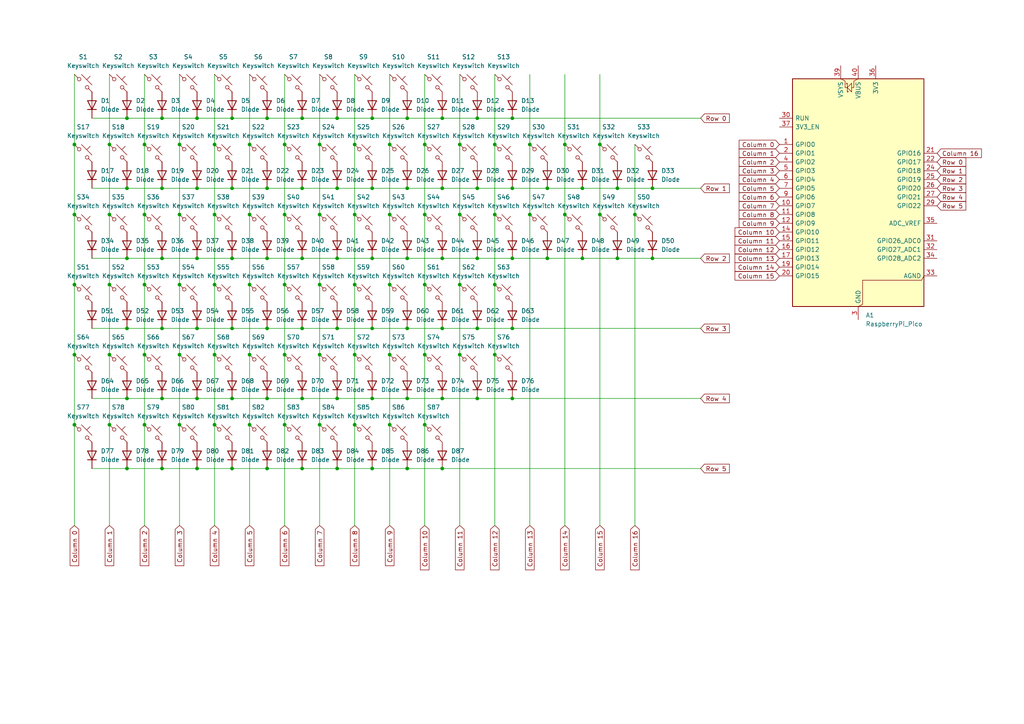
<source format=kicad_sch>
(kicad_sch (version 20250114) (generator "eeschema") (generator_version "9.0")
  (paper "A4")
  (junction (at 113.03 41.91))
  (junction (at 67.31 34.29))
  (junction (at 62.23 102.87))
  (junction (at 133.35 41.91))
  (junction (at 72.39 82.55))
  (junction (at 46.99 135.89))
  (junction (at 102.87 123.19))
  (junction (at 62.23 62.23))
  (junction (at 143.51 82.55))
  (junction (at 97.79 115.57))
  (junction (at 52.07 62.23))
  (junction (at 41.91 82.55))
  (junction (at 57.15 135.89))
  (junction (at 173.99 62.23))
  (junction (at 118.11 34.29))
  (junction (at 87.63 115.57))
  (junction (at 92.71 41.91))
  (junction (at 138.43 54.61))
  (junction (at 158.75 74.93))
  (junction (at 133.35 102.87))
  (junction (at 113.03 62.23))
  (junction (at 113.03 102.87))
  (junction (at 123.19 41.91))
  (junction (at 133.35 62.23))
  (junction (at 67.31 135.89))
  (junction (at 31.75 82.55))
  (junction (at 67.31 54.61))
  (junction (at 52.07 82.55))
  (junction (at 77.47 74.93))
  (junction (at 128.27 54.61))
  (junction (at 148.59 74.93))
  (junction (at 189.23 54.61))
  (junction (at 21.59 123.19))
  (junction (at 158.75 54.61))
  (junction (at 128.27 34.29))
  (junction (at 21.59 62.23))
  (junction (at 128.27 74.93))
  (junction (at 87.63 74.93))
  (junction (at 82.55 102.87))
  (junction (at 107.95 115.57))
  (junction (at 118.11 74.93))
  (junction (at 77.47 95.25))
  (junction (at 77.47 135.89))
  (junction (at 133.35 82.55))
  (junction (at 46.99 115.57))
  (junction (at 138.43 34.29))
  (junction (at 57.15 95.25))
  (junction (at 67.31 95.25))
  (junction (at 138.43 74.93))
  (junction (at 179.07 54.61))
  (junction (at 113.03 123.19))
  (junction (at 72.39 41.91))
  (junction (at 21.59 102.87))
  (junction (at 107.95 74.93))
  (junction (at 82.55 41.91))
  (junction (at 107.95 135.89))
  (junction (at 107.95 95.25))
  (junction (at 173.99 41.91))
  (junction (at 113.03 82.55))
  (junction (at 77.47 34.29))
  (junction (at 31.75 41.91))
  (junction (at 138.43 115.57))
  (junction (at 21.59 82.55))
  (junction (at 153.67 62.23))
  (junction (at 148.59 115.57))
  (junction (at 92.71 82.55))
  (junction (at 87.63 54.61))
  (junction (at 153.67 41.91))
  (junction (at 52.07 102.87))
  (junction (at 118.11 115.57))
  (junction (at 97.79 95.25))
  (junction (at 57.15 34.29))
  (junction (at 143.51 62.23))
  (junction (at 41.91 123.19))
  (junction (at 123.19 82.55))
  (junction (at 123.19 102.87))
  (junction (at 97.79 135.89))
  (junction (at 163.83 41.91))
  (junction (at 31.75 102.87))
  (junction (at 138.43 95.25))
  (junction (at 31.75 62.23))
  (junction (at 87.63 34.29))
  (junction (at 77.47 115.57))
  (junction (at 41.91 62.23))
  (junction (at 92.71 62.23))
  (junction (at 67.31 115.57))
  (junction (at 143.51 41.91))
  (junction (at 46.99 34.29))
  (junction (at 179.07 74.93))
  (junction (at 36.83 115.57))
  (junction (at 82.55 123.19))
  (junction (at 31.75 123.19))
  (junction (at 128.27 115.57))
  (junction (at 168.91 54.61))
  (junction (at 52.07 123.19))
  (junction (at 57.15 115.57))
  (junction (at 62.23 123.19))
  (junction (at 107.95 34.29))
  (junction (at 189.23 74.93))
  (junction (at 148.59 34.29))
  (junction (at 143.51 102.87))
  (junction (at 87.63 95.25))
  (junction (at 46.99 74.93))
  (junction (at 184.15 62.23))
  (junction (at 46.99 54.61))
  (junction (at 52.07 41.91))
  (junction (at 82.55 62.23))
  (junction (at 107.95 54.61))
  (junction (at 168.91 74.93))
  (junction (at 163.83 62.23))
  (junction (at 36.83 54.61))
  (junction (at 97.79 74.93))
  (junction (at 46.99 95.25))
  (junction (at 41.91 41.91))
  (junction (at 41.91 102.87))
  (junction (at 82.55 82.55))
  (junction (at 67.31 74.93))
  (junction (at 123.19 62.23))
  (junction (at 118.11 54.61))
  (junction (at 97.79 34.29))
  (junction (at 123.19 123.19))
  (junction (at 128.27 95.25))
  (junction (at 148.59 54.61))
  (junction (at 97.79 54.61))
  (junction (at 36.83 135.89))
  (junction (at 72.39 62.23))
  (junction (at 102.87 62.23))
  (junction (at 92.71 123.19))
  (junction (at 57.15 54.61))
  (junction (at 62.23 41.91))
  (junction (at 36.83 74.93))
  (junction (at 36.83 34.29))
  (junction (at 87.63 135.89))
  (junction (at 36.83 95.25))
  (junction (at 118.11 135.89))
  (junction (at 57.15 74.93))
  (junction (at 102.87 41.91))
  (junction (at 92.71 102.87))
  (junction (at 21.59 41.91))
  (junction (at 148.59 95.25))
  (junction (at 72.39 123.19))
  (junction (at 102.87 102.87))
  (junction (at 72.39 102.87))
  (junction (at 62.23 82.55))
  (junction (at 102.87 82.55))
  (junction (at 118.11 95.25))
  (junction (at 77.47 54.61))
  (junction (at 128.27 135.89))
  (wire (pts (xy 133.35 102.87) (xy 133.35 152.4)))
  (wire (pts (xy 21.59 102.87) (xy 21.59 123.19)))
  (wire (pts (xy 168.91 74.93) (xy 179.07 74.93)))
  (wire (pts (xy 21.59 123.19) (xy 21.59 152.4)))
  (wire (pts (xy 138.43 115.57) (xy 148.59 115.57)))
  (wire (pts (xy 184.15 41.91) (xy 184.15 62.23)))
  (wire (pts (xy 138.43 34.29) (xy 148.59 34.29)))
  (wire (pts (xy 36.83 34.29) (xy 46.99 34.29)))
  (wire (pts (xy 82.55 82.55) (xy 82.55 102.87)))
  (wire (pts (xy 128.27 135.89) (xy 203.2 135.89)))
  (wire (pts (xy 41.91 123.19) (xy 41.91 152.4)))
  (wire (pts (xy 52.07 82.55) (xy 52.07 102.87)))
  (wire (pts (xy 128.27 34.29) (xy 138.43 34.29)))
  (wire (pts (xy 21.59 41.91) (xy 21.59 62.23)))
  (wire (pts (xy 62.23 82.55) (xy 62.23 102.87)))
  (wire (pts (xy 57.15 54.61) (xy 67.31 54.61)))
  (wire (pts (xy 41.91 82.55) (xy 41.91 102.87)))
  (wire (pts (xy 31.75 123.19) (xy 31.75 152.4)))
  (wire (pts (xy 184.15 62.23) (xy 184.15 152.4)))
  (wire (pts (xy 118.11 135.89) (xy 128.27 135.89)))
  (wire (pts (xy 153.67 41.91) (xy 153.67 62.23)))
  (wire (pts (xy 77.47 54.61) (xy 87.63 54.61)))
  (wire (pts (xy 82.55 102.87) (xy 82.55 123.19)))
  (wire (pts (xy 179.07 74.93) (xy 189.23 74.93)))
  (wire (pts (xy 118.11 34.29) (xy 128.27 34.29)))
  (wire (pts (xy 107.95 135.89) (xy 118.11 135.89)))
  (wire (pts (xy 113.03 21.59) (xy 113.03 41.91)))
  (wire (pts (xy 113.03 102.87) (xy 113.03 123.19)))
  (wire (pts (xy 97.79 74.93) (xy 107.95 74.93)))
  (wire (pts (xy 26.67 34.29) (xy 36.83 34.29)))
  (wire (pts (xy 133.35 82.55) (xy 133.35 102.87)))
  (wire (pts (xy 163.83 41.91) (xy 163.83 62.23)))
  (wire (pts (xy 107.95 54.61) (xy 118.11 54.61)))
  (wire (pts (xy 173.99 62.23) (xy 173.99 152.4)))
  (wire (pts (xy 123.19 82.55) (xy 123.19 102.87)))
  (wire (pts (xy 41.91 102.87) (xy 41.91 123.19)))
  (wire (pts (xy 118.11 95.25) (xy 128.27 95.25)))
  (wire (pts (xy 21.59 62.23) (xy 21.59 82.55)))
  (wire (pts (xy 92.71 62.23) (xy 92.71 82.55)))
  (wire (pts (xy 113.03 123.19) (xy 113.03 152.4)))
  (wire (pts (xy 62.23 62.23) (xy 62.23 82.55)))
  (wire (pts (xy 46.99 95.25) (xy 57.15 95.25)))
  (wire (pts (xy 82.55 41.91) (xy 82.55 62.23)))
  (wire (pts (xy 41.91 41.91) (xy 41.91 62.23)))
  (wire (pts (xy 26.67 115.57) (xy 36.83 115.57)))
  (wire (pts (xy 92.71 82.55) (xy 92.71 102.87)))
  (wire (pts (xy 102.87 123.19) (xy 102.87 152.4)))
  (wire (pts (xy 46.99 135.89) (xy 57.15 135.89)))
  (wire (pts (xy 46.99 54.61) (xy 57.15 54.61)))
  (wire (pts (xy 143.51 41.91) (xy 143.51 62.23)))
  (wire (pts (xy 82.55 62.23) (xy 82.55 82.55)))
  (wire (pts (xy 123.19 123.19) (xy 123.19 152.4)))
  (wire (pts (xy 168.91 54.61) (xy 179.07 54.61)))
  (wire (pts (xy 123.19 41.91) (xy 123.19 62.23)))
  (wire (pts (xy 62.23 123.19) (xy 62.23 152.4)))
  (wire (pts (xy 97.79 115.57) (xy 107.95 115.57)))
  (wire (pts (xy 52.07 123.19) (xy 52.07 152.4)))
  (wire (pts (xy 179.07 54.61) (xy 189.23 54.61)))
  (wire (pts (xy 41.91 62.23) (xy 41.91 82.55)))
  (wire (pts (xy 77.47 34.29) (xy 87.63 34.29)))
  (wire (pts (xy 143.51 62.23) (xy 143.51 82.55)))
  (wire (pts (xy 97.79 95.25) (xy 107.95 95.25)))
  (wire (pts (xy 57.15 74.93) (xy 67.31 74.93)))
  (wire (pts (xy 163.83 62.23) (xy 163.83 152.4)))
  (wire (pts (xy 52.07 41.91) (xy 52.07 62.23)))
  (wire (pts (xy 113.03 41.91) (xy 113.03 62.23)))
  (wire (pts (xy 158.75 74.93) (xy 168.91 74.93)))
  (wire (pts (xy 31.75 41.91) (xy 31.75 62.23)))
  (wire (pts (xy 97.79 135.89) (xy 107.95 135.89)))
  (wire (pts (xy 21.59 21.59) (xy 21.59 41.91)))
  (wire (pts (xy 36.83 54.61) (xy 46.99 54.61)))
  (wire (pts (xy 163.83 21.59) (xy 163.83 41.91)))
  (wire (pts (xy 77.47 74.93) (xy 87.63 74.93)))
  (wire (pts (xy 138.43 95.25) (xy 148.59 95.25)))
  (wire (pts (xy 87.63 95.25) (xy 97.79 95.25)))
  (wire (pts (xy 128.27 115.57) (xy 138.43 115.57)))
  (wire (pts (xy 97.79 34.29) (xy 107.95 34.29)))
  (wire (pts (xy 113.03 82.55) (xy 113.03 102.87)))
  (wire (pts (xy 67.31 34.29) (xy 77.47 34.29)))
  (wire (pts (xy 148.59 54.61) (xy 158.75 54.61)))
  (wire (pts (xy 138.43 54.61) (xy 148.59 54.61)))
  (wire (pts (xy 87.63 115.57) (xy 97.79 115.57)))
  (wire (pts (xy 77.47 95.25) (xy 87.63 95.25)))
  (wire (pts (xy 133.35 62.23) (xy 133.35 82.55)))
  (wire (pts (xy 153.67 21.59) (xy 153.67 41.91)))
  (wire (pts (xy 87.63 74.93) (xy 97.79 74.93)))
  (wire (pts (xy 72.39 62.23) (xy 72.39 82.55)))
  (wire (pts (xy 31.75 21.59) (xy 31.75 41.91)))
  (wire (pts (xy 36.83 95.25) (xy 46.99 95.25)))
  (wire (pts (xy 77.47 115.57) (xy 87.63 115.57)))
  (wire (pts (xy 118.11 115.57) (xy 128.27 115.57)))
  (wire (pts (xy 138.43 74.93) (xy 148.59 74.93)))
  (wire (pts (xy 102.87 41.91) (xy 102.87 62.23)))
  (wire (pts (xy 128.27 74.93) (xy 138.43 74.93)))
  (wire (pts (xy 31.75 62.23) (xy 31.75 82.55)))
  (wire (pts (xy 46.99 74.93) (xy 57.15 74.93)))
  (wire (pts (xy 57.15 115.57) (xy 67.31 115.57)))
  (wire (pts (xy 31.75 102.87) (xy 31.75 123.19)))
  (wire (pts (xy 77.47 135.89) (xy 87.63 135.89)))
  (wire (pts (xy 92.71 21.59) (xy 92.71 41.91)))
  (wire (pts (xy 46.99 34.29) (xy 57.15 34.29)))
  (wire (pts (xy 41.91 21.59) (xy 41.91 41.91)))
  (wire (pts (xy 148.59 74.93) (xy 158.75 74.93)))
  (wire (pts (xy 36.83 74.93) (xy 46.99 74.93)))
  (wire (pts (xy 148.59 115.57) (xy 203.2 115.57)))
  (wire (pts (xy 67.31 74.93) (xy 77.47 74.93)))
  (wire (pts (xy 133.35 41.91) (xy 133.35 62.23)))
  (wire (pts (xy 92.71 41.91) (xy 92.71 62.23)))
  (wire (pts (xy 36.83 115.57) (xy 46.99 115.57)))
  (wire (pts (xy 52.07 102.87) (xy 52.07 123.19)))
  (wire (pts (xy 87.63 54.61) (xy 97.79 54.61)))
  (wire (pts (xy 143.51 21.59) (xy 143.51 41.91)))
  (wire (pts (xy 26.67 95.25) (xy 36.83 95.25)))
  (wire (pts (xy 113.03 62.23) (xy 113.03 82.55)))
  (wire (pts (xy 52.07 21.59) (xy 52.07 41.91)))
  (wire (pts (xy 118.11 74.93) (xy 128.27 74.93)))
  (wire (pts (xy 97.79 54.61) (xy 107.95 54.61)))
  (wire (pts (xy 123.19 21.59) (xy 123.19 41.91)))
  (wire (pts (xy 72.39 82.55) (xy 72.39 102.87)))
  (wire (pts (xy 118.11 54.61) (xy 128.27 54.61)))
  (wire (pts (xy 153.67 62.23) (xy 153.67 152.4)))
  (wire (pts (xy 107.95 115.57) (xy 118.11 115.57)))
  (wire (pts (xy 72.39 123.19) (xy 72.39 152.4)))
  (wire (pts (xy 189.23 54.61) (xy 203.2 54.61)))
  (wire (pts (xy 158.75 54.61) (xy 168.91 54.61)))
  (wire (pts (xy 148.59 34.29) (xy 203.2 34.29)))
  (wire (pts (xy 72.39 21.59) (xy 72.39 41.91)))
  (wire (pts (xy 133.35 21.59) (xy 133.35 41.91)))
  (wire (pts (xy 31.75 82.55) (xy 31.75 102.87)))
  (wire (pts (xy 57.15 34.29) (xy 67.31 34.29)))
  (wire (pts (xy 67.31 135.89) (xy 77.47 135.89)))
  (wire (pts (xy 123.19 62.23) (xy 123.19 82.55)))
  (wire (pts (xy 102.87 21.59) (xy 102.87 41.91)))
  (wire (pts (xy 107.95 95.25) (xy 118.11 95.25)))
  (wire (pts (xy 67.31 54.61) (xy 77.47 54.61)))
  (wire (pts (xy 72.39 102.87) (xy 72.39 123.19)))
  (wire (pts (xy 26.67 135.89) (xy 36.83 135.89)))
  (wire (pts (xy 128.27 54.61) (xy 138.43 54.61)))
  (wire (pts (xy 62.23 21.59) (xy 62.23 41.91)))
  (wire (pts (xy 128.27 95.25) (xy 138.43 95.25)))
  (wire (pts (xy 82.55 123.19) (xy 82.55 152.4)))
  (wire (pts (xy 21.59 82.55) (xy 21.59 102.87)))
  (wire (pts (xy 87.63 135.89) (xy 97.79 135.89)))
  (wire (pts (xy 92.71 102.87) (xy 92.71 123.19)))
  (wire (pts (xy 52.07 62.23) (xy 52.07 82.55)))
  (wire (pts (xy 72.39 41.91) (xy 72.39 62.23)))
  (wire (pts (xy 189.23 74.93) (xy 203.2 74.93)))
  (wire (pts (xy 87.63 34.29) (xy 97.79 34.29)))
  (wire (pts (xy 107.95 74.93) (xy 118.11 74.93)))
  (wire (pts (xy 143.51 102.87) (xy 143.51 152.4)))
  (wire (pts (xy 107.95 34.29) (xy 118.11 34.29)))
  (wire (pts (xy 62.23 41.91) (xy 62.23 62.23)))
  (wire (pts (xy 67.31 115.57) (xy 77.47 115.57)))
  (wire (pts (xy 173.99 41.91) (xy 173.99 62.23)))
  (wire (pts (xy 143.51 82.55) (xy 143.51 102.87)))
  (wire (pts (xy 57.15 135.89) (xy 67.31 135.89)))
  (wire (pts (xy 102.87 82.55) (xy 102.87 102.87)))
  (wire (pts (xy 123.19 102.87) (xy 123.19 123.19)))
  (wire (pts (xy 67.31 95.25) (xy 77.47 95.25)))
  (wire (pts (xy 26.67 74.93) (xy 36.83 74.93)))
  (wire (pts (xy 173.99 21.59) (xy 173.99 41.91)))
  (wire (pts (xy 26.67 54.61) (xy 36.83 54.61)))
  (wire (pts (xy 82.55 21.59) (xy 82.55 41.91)))
  (wire (pts (xy 148.59 95.25) (xy 203.2 95.25)))
  (wire (pts (xy 102.87 102.87) (xy 102.87 123.19)))
  (wire (pts (xy 102.87 62.23) (xy 102.87 82.55)))
  (wire (pts (xy 36.83 135.89) (xy 46.99 135.89)))
  (wire (pts (xy 46.99 115.57) (xy 57.15 115.57)))
  (wire (pts (xy 92.71 123.19) (xy 92.71 152.4)))
  (wire (pts (xy 62.23 102.87) (xy 62.23 123.19)))
  (wire (pts (xy 57.15 95.25) (xy 67.31 95.25)))
  (global_label "Column 13" (shape input) (at 226.06 74.93 180) (property "Intersheetrefs" "${INTERSHEET_REFS}" (effects (hide yes))))
  (global_label "Column 7" (shape input) (at 226.06 59.69 180) (property "Intersheetrefs" "${INTERSHEET_REFS}" (effects (hide yes))))
  (global_label "Row 3" (shape input) (at 203.2 95.25 0) (property "Intersheetrefs" "${INTERSHEET_REFS}" (effects (hide yes))))
  (global_label "Column 3" (shape input) (at 52.07 152.4 270) (property "Intersheetrefs" "${INTERSHEET_REFS}" (effects (hide yes))))
  (global_label "Column 10" (shape input) (at 226.06 67.31 180) (property "Intersheetrefs" "${INTERSHEET_REFS}" (effects (hide yes))))
  (global_label "Column 2" (shape input) (at 226.06 46.99 180) (property "Intersheetrefs" "${INTERSHEET_REFS}" (effects (hide yes))))
  (global_label "Column 4" (shape input) (at 226.06 52.07 180) (property "Intersheetrefs" "${INTERSHEET_REFS}" (effects (hide yes))))
  (global_label "Row 0" (shape input) (at 271.78 46.99 0) (property "Intersheetrefs" "${INTERSHEET_REFS}" (effects (hide yes))))
  (global_label "Row 4" (shape input) (at 271.78 57.15 0) (property "Intersheetrefs" "${INTERSHEET_REFS}" (effects (hide yes))))
  (global_label "Column 12" (shape input) (at 143.51 152.4 270) (property "Intersheetrefs" "${INTERSHEET_REFS}" (effects (hide yes))))
  (global_label "Column 9" (shape input) (at 113.03 152.4 270) (property "Intersheetrefs" "${INTERSHEET_REFS}" (effects (hide yes))))
  (global_label "Column 12" (shape input) (at 226.06 72.39 180) (property "Intersheetrefs" "${INTERSHEET_REFS}" (effects (hide yes))))
  (global_label "Column 0" (shape input) (at 21.59 152.4 270) (property "Intersheetrefs" "${INTERSHEET_REFS}" (effects (hide yes))))
  (global_label "Column 7" (shape input) (at 92.71 152.4 270) (property "Intersheetrefs" "${INTERSHEET_REFS}" (effects (hide yes))))
  (global_label "Column 15" (shape input) (at 226.06 80.01 180) (property "Intersheetrefs" "${INTERSHEET_REFS}" (effects (hide yes))))
  (global_label "Column 4" (shape input) (at 62.23 152.4 270) (property "Intersheetrefs" "${INTERSHEET_REFS}" (effects (hide yes))))
  (global_label "Column 15" (shape input) (at 173.99 152.4 270) (property "Intersheetrefs" "${INTERSHEET_REFS}" (effects (hide yes))))
  (global_label "Column 9" (shape input) (at 226.06 64.77 180) (property "Intersheetrefs" "${INTERSHEET_REFS}" (effects (hide yes))))
  (global_label "Row 4" (shape input) (at 203.2 115.57 0) (property "Intersheetrefs" "${INTERSHEET_REFS}" (effects (hide yes))))
  (global_label "Column 16" (shape input) (at 184.15 152.4 270) (property "Intersheetrefs" "${INTERSHEET_REFS}" (effects (hide yes))))
  (global_label "Row 2" (shape input) (at 203.2 74.93 0) (property "Intersheetrefs" "${INTERSHEET_REFS}" (effects (hide yes))))
  (global_label "Row 0" (shape input) (at 203.2 34.29 0) (property "Intersheetrefs" "${INTERSHEET_REFS}" (effects (hide yes))))
  (global_label "Row 1" (shape input) (at 203.2 54.61 0) (property "Intersheetrefs" "${INTERSHEET_REFS}" (effects (hide yes))))
  (global_label "Column 11" (shape input) (at 226.06 69.85 180) (property "Intersheetrefs" "${INTERSHEET_REFS}" (effects (hide yes))))
  (global_label "Column 13" (shape input) (at 153.67 152.4 270) (property "Intersheetrefs" "${INTERSHEET_REFS}" (effects (hide yes))))
  (global_label "Column 14" (shape input) (at 163.83 152.4 270) (property "Intersheetrefs" "${INTERSHEET_REFS}" (effects (hide yes))))
  (global_label "Row 3" (shape input) (at 271.78 54.61 0) (property "Intersheetrefs" "${INTERSHEET_REFS}" (effects (hide yes))))
  (global_label "Column 3" (shape input) (at 226.06 49.53 180) (property "Intersheetrefs" "${INTERSHEET_REFS}" (effects (hide yes))))
  (global_label "Column 16" (shape input) (at 271.78 44.45 0) (property "Intersheetrefs" "${INTERSHEET_REFS}" (effects (hide yes))))
  (global_label "Column 5" (shape input) (at 72.39 152.4 270) (property "Intersheetrefs" "${INTERSHEET_REFS}" (effects (hide yes))))
  (global_label "Column 14" (shape input) (at 226.06 77.47 180) (property "Intersheetrefs" "${INTERSHEET_REFS}" (effects (hide yes))))
  (global_label "Row 5" (shape input) (at 203.2 135.89 0) (property "Intersheetrefs" "${INTERSHEET_REFS}" (effects (hide yes))))
  (global_label "Row 2" (shape input) (at 271.78 52.07 0) (property "Intersheetrefs" "${INTERSHEET_REFS}" (effects (hide yes))))
  (global_label "Row 1" (shape input) (at 271.78 49.53 0) (property "Intersheetrefs" "${INTERSHEET_REFS}" (effects (hide yes))))
  (global_label "Column 6" (shape input) (at 226.06 57.15 180) (property "Intersheetrefs" "${INTERSHEET_REFS}" (effects (hide yes))))
  (global_label "Column 11" (shape input) (at 133.35 152.4 270) (property "Intersheetrefs" "${INTERSHEET_REFS}" (effects (hide yes))))
  (global_label "Column 8" (shape input) (at 226.06 62.23 180) (property "Intersheetrefs" "${INTERSHEET_REFS}" (effects (hide yes))))
  (global_label "Column 5" (shape input) (at 226.06 54.61 180) (property "Intersheetrefs" "${INTERSHEET_REFS}" (effects (hide yes))))
  (global_label "Column 2" (shape input) (at 41.91 152.4 270) (property "Intersheetrefs" "${INTERSHEET_REFS}" (effects (hide yes))))
  (global_label "Column 1" (shape input) (at 31.75 152.4 270) (property "Intersheetrefs" "${INTERSHEET_REFS}" (effects (hide yes))))
  (global_label "Column 6" (shape input) (at 82.55 152.4 270) (property "Intersheetrefs" "${INTERSHEET_REFS}" (effects (hide yes))))
  (global_label "Column 8" (shape input) (at 102.87 152.4 270) (property "Intersheetrefs" "${INTERSHEET_REFS}" (effects (hide yes))))
  (global_label "Column 1" (shape input) (at 226.06 44.45 180) (property "Intersheetrefs" "${INTERSHEET_REFS}" (effects (hide yes))))
  (global_label "Column 0" (shape input) (at 226.06 41.91 180) (property "Intersheetrefs" "${INTERSHEET_REFS}" (effects (hide yes))))
  (global_label "Row 5" (shape input) (at 271.78 59.69 0) (property "Intersheetrefs" "${INTERSHEET_REFS}" (effects (hide yes))))
  (global_label "Column 10" (shape input) (at 123.19 152.4 270) (property "Intersheetrefs" "${INTERSHEET_REFS}" (effects (hide yes))))
  (symbol (lib_id "ScottoKeebs:Placeholder_Diode") (at 138.43 71.12 90) (unit 1)
    (property "Reference" "D45" (at 140.97 69.8499 90) (effects (justify right)))
    (property "Value" "Diode" (at 140.97 72.3899 90) (effects (justify right)))
    (property "Footprint" "ScottoKeebs_Components:Diode_DO-35" (effects (hide yes)))
    (property "Description" "1N4148 (DO-35) or 1N4148W (SOD-123)" (effects (hide yes)))
    (property "Sim.Device" "D" (effects (hide yes)))
    (property "Sim.Pins" "1=K 2=A" (effects (hide yes)))
  )
  (symbol (lib_id "ScottoKeebs:Placeholder_Keyswitch") (at 74.93 44.45 0) (unit 1)
    (property "Reference" "S22" (at 74.93 36.83 0))
    (property "Value" "Keyswitch" (at 74.93 39.37 0))
    (property "Footprint" "ScottoKeebs_MX:MX_PCB_1.00u" (effects (hide yes)))
    (property "Description" "Push button switch, normally open, two pins, 45° tilted" (effects (hide yes)))
  )
  (symbol (lib_id "MCU_Module:RaspberryPi_Pico") (at 248.92 57.15 0) (unit 1)
    (property "Reference" "A1" (at 251.0633 91.44 0) (effects (justify left)))
    (property "Value" "RaspberryPi_Pico" (at 251.0633 93.98 0) (effects (justify left)))
    (property "Footprint" "Module:RaspberryPi_Pico_Common_Unspecified" (effects (hide yes)))
    (property "Datasheet" "https://datasheets.raspberrypi.com/pico/pico-datasheet.pdf" (effects (hide yes)))
    (property "Description" "Versatile and inexpensive microcontroller module powered by RP2040 dual-core Arm Cortex-M0+ processor up to 133 MHz, 264kB SRAM, 2MB QSPI flash; also supports Raspberry Pi Pico 2" (effects (hide yes)))
  )
  (symbol (lib_id "ScottoKeebs:Placeholder_Keyswitch") (at 85.09 64.77 0) (unit 1)
    (property "Reference" "S40" (at 85.09 57.15 0))
    (property "Value" "Keyswitch" (at 85.09 59.69 0))
    (property "Footprint" "ScottoKeebs_MX:MX_PCB_1.00u" (effects (hide yes)))
    (property "Description" "Push button switch, normally open, two pins, 45° tilted" (effects (hide yes)))
  )
  (symbol (lib_id "ScottoKeebs:Placeholder_Keyswitch") (at 85.09 44.45 0) (unit 1)
    (property "Reference" "S23" (at 85.09 36.83 0))
    (property "Value" "Keyswitch" (at 85.09 39.37 0))
    (property "Footprint" "ScottoKeebs_MX:MX_PCB_1.00u" (effects (hide yes)))
    (property "Description" "Push button switch, normally open, two pins, 45° tilted" (effects (hide yes)))
  )
  (symbol (lib_id "ScottoKeebs:Placeholder_Keyswitch") (at 135.89 64.77 0) (unit 1)
    (property "Reference" "S45" (at 135.89 57.15 0))
    (property "Value" "Keyswitch" (at 135.89 59.69 0))
    (property "Footprint" "ScottoKeebs_MX:MX_PCB_1.00u" (effects (hide yes)))
    (property "Description" "Push button switch, normally open, two pins, 45° tilted" (effects (hide yes)))
  )
  (symbol (lib_id "ScottoKeebs:Placeholder_Keyswitch") (at 115.57 85.09 0) (unit 1)
    (property "Reference" "S60" (at 115.57 77.47 0))
    (property "Value" "Keyswitch" (at 115.57 80.01 0))
    (property "Footprint" "ScottoKeebs_MX:MX_PCB_1.00u" (effects (hide yes)))
    (property "Description" "Push button switch, normally open, two pins, 45° tilted" (effects (hide yes)))
  )
  (symbol (lib_id "ScottoKeebs:Placeholder_Keyswitch") (at 95.25 24.13 0) (unit 1)
    (property "Reference" "S8" (at 95.25 16.51 0))
    (property "Value" "Keyswitch" (at 95.25 19.05 0))
    (property "Footprint" "ScottoKeebs_MX:MX_PCB_1.00u" (effects (hide yes)))
    (property "Description" "Push button switch, normally open, two pins, 45° tilted" (effects (hide yes)))
  )
  (symbol (lib_id "ScottoKeebs:Placeholder_Keyswitch") (at 125.73 24.13 0) (unit 1)
    (property "Reference" "S11" (at 125.73 16.51 0))
    (property "Value" "Keyswitch" (at 125.73 19.05 0))
    (property "Footprint" "ScottoKeebs_MX:MX_PCB_1.00u" (effects (hide yes)))
    (property "Description" "Push button switch, normally open, two pins, 45° tilted" (effects (hide yes)))
  )
  (symbol (lib_id "ScottoKeebs:Placeholder_Keyswitch") (at 64.77 105.41 0) (unit 1)
    (property "Reference" "S68" (at 64.77 97.79 0))
    (property "Value" "Keyswitch" (at 64.77 100.33 0))
    (property "Footprint" "ScottoKeebs_MX:MX_PCB_1.00u" (effects (hide yes)))
    (property "Description" "Push button switch, normally open, two pins, 45° tilted" (effects (hide yes)))
  )
  (symbol (lib_id "ScottoKeebs:Placeholder_Diode") (at 97.79 71.12 90) (unit 1)
    (property "Reference" "D41" (at 100.33 69.8499 90) (effects (justify right)))
    (property "Value" "Diode" (at 100.33 72.3899 90) (effects (justify right)))
    (property "Footprint" "ScottoKeebs_Components:Diode_DO-35" (effects (hide yes)))
    (property "Description" "1N4148 (DO-35) or 1N4148W (SOD-123)" (effects (hide yes)))
    (property "Sim.Device" "D" (effects (hide yes)))
    (property "Sim.Pins" "1=K 2=A" (effects (hide yes)))
  )
  (symbol (lib_id "ScottoKeebs:Placeholder_Diode") (at 46.99 71.12 90) (unit 1)
    (property "Reference" "D36" (at 49.53 69.8499 90) (effects (justify right)))
    (property "Value" "Diode" (at 49.53 72.3899 90) (effects (justify right)))
    (property "Footprint" "ScottoKeebs_Components:Diode_DO-35" (effects (hide yes)))
    (property "Description" "1N4148 (DO-35) or 1N4148W (SOD-123)" (effects (hide yes)))
    (property "Sim.Device" "D" (effects (hide yes)))
    (property "Sim.Pins" "1=K 2=A" (effects (hide yes)))
  )
  (symbol (lib_id "ScottoKeebs:Placeholder_Keyswitch") (at 125.73 105.41 0) (unit 1)
    (property "Reference" "S74" (at 125.73 97.79 0))
    (property "Value" "Keyswitch" (at 125.73 100.33 0))
    (property "Footprint" "ScottoKeebs_MX:MX_PCB_1.00u" (effects (hide yes)))
    (property "Description" "Push button switch, normally open, two pins, 45° tilted" (effects (hide yes)))
  )
  (symbol (lib_id "ScottoKeebs:Placeholder_Keyswitch") (at 146.05 105.41 0) (unit 1)
    (property "Reference" "S76" (at 146.05 97.79 0))
    (property "Value" "Keyswitch" (at 146.05 100.33 0))
    (property "Footprint" "ScottoKeebs_MX:MX_PCB_1.00u" (effects (hide yes)))
    (property "Description" "Push button switch, normally open, two pins, 45° tilted" (effects (hide yes)))
  )
  (symbol (lib_id "ScottoKeebs:Placeholder_Keyswitch") (at 34.29 85.09 0) (unit 1)
    (property "Reference" "S52" (at 34.29 77.47 0))
    (property "Value" "Keyswitch" (at 34.29 80.01 0))
    (property "Footprint" "ScottoKeebs_MX:MX_PCB_1.00u" (effects (hide yes)))
    (property "Description" "Push button switch, normally open, two pins, 45° tilted" (effects (hide yes)))
  )
  (symbol (lib_id "ScottoKeebs:Placeholder_Diode") (at 107.95 30.48 90) (unit 1)
    (property "Reference" "D9" (at 110.49 29.2099 90) (effects (justify right)))
    (property "Value" "Diode" (at 110.49 31.7499 90) (effects (justify right)))
    (property "Footprint" "ScottoKeebs_Components:Diode_DO-35" (effects (hide yes)))
    (property "Description" "1N4148 (DO-35) or 1N4148W (SOD-123)" (effects (hide yes)))
    (property "Sim.Device" "D" (effects (hide yes)))
    (property "Sim.Pins" "1=K 2=A" (effects (hide yes)))
  )
  (symbol (lib_id "ScottoKeebs:Placeholder_Keyswitch") (at 74.93 125.73 0) (unit 1)
    (property "Reference" "S82" (at 74.93 118.11 0))
    (property "Value" "Keyswitch" (at 74.93 120.65 0))
    (property "Footprint" "ScottoKeebs_MX:MX_PCB_1.00u" (effects (hide yes)))
    (property "Description" "Push button switch, normally open, two pins, 45° tilted" (effects (hide yes)))
  )
  (symbol (lib_id "ScottoKeebs:Placeholder_Keyswitch") (at 64.77 85.09 0) (unit 1)
    (property "Reference" "S55" (at 64.77 77.47 0))
    (property "Value" "Keyswitch" (at 64.77 80.01 0))
    (property "Footprint" "ScottoKeebs_MX:MX_PCB_1.00u" (effects (hide yes)))
    (property "Description" "Push button switch, normally open, two pins, 45° tilted" (effects (hide yes)))
  )
  (symbol (lib_id "ScottoKeebs:Placeholder_Keyswitch") (at 54.61 64.77 0) (unit 1)
    (property "Reference" "S37" (at 54.61 57.15 0))
    (property "Value" "Keyswitch" (at 54.61 59.69 0))
    (property "Footprint" "ScottoKeebs_MX:MX_PCB_1.00u" (effects (hide yes)))
    (property "Description" "Push button switch, normally open, two pins, 45° tilted" (effects (hide yes)))
  )
  (symbol (lib_id "ScottoKeebs:Placeholder_Diode") (at 26.67 71.12 90) (unit 1)
    (property "Reference" "D34" (at 29.21 69.8499 90) (effects (justify right)))
    (property "Value" "Diode" (at 29.21 72.3899 90) (effects (justify right)))
    (property "Footprint" "ScottoKeebs_Components:Diode_DO-35" (effects (hide yes)))
    (property "Description" "1N4148 (DO-35) or 1N4148W (SOD-123)" (effects (hide yes)))
    (property "Sim.Device" "D" (effects (hide yes)))
    (property "Sim.Pins" "1=K 2=A" (effects (hide yes)))
  )
  (symbol (lib_id "ScottoKeebs:Placeholder_Keyswitch") (at 24.13 85.09 0) (unit 1)
    (property "Reference" "S51" (at 24.13 77.47 0))
    (property "Value" "Keyswitch" (at 24.13 80.01 0))
    (property "Footprint" "ScottoKeebs_MX:MX_PCB_1.00u" (effects (hide yes)))
    (property "Description" "Push button switch, normally open, two pins, 45° tilted" (effects (hide yes)))
  )
  (symbol (lib_id "ScottoKeebs:Placeholder_Diode") (at 77.47 132.08 90) (unit 1)
    (property "Reference" "D82" (at 80.01 130.8099 90) (effects (justify right)))
    (property "Value" "Diode" (at 80.01 133.3499 90) (effects (justify right)))
    (property "Footprint" "ScottoKeebs_Components:Diode_DO-35" (effects (hide yes)))
    (property "Description" "1N4148 (DO-35) or 1N4148W (SOD-123)" (effects (hide yes)))
    (property "Sim.Device" "D" (effects (hide yes)))
    (property "Sim.Pins" "1=K 2=A" (effects (hide yes)))
  )
  (symbol (lib_id "ScottoKeebs:Placeholder_Diode") (at 118.11 71.12 90) (unit 1)
    (property "Reference" "D43" (at 120.65 69.8499 90) (effects (justify right)))
    (property "Value" "Diode" (at 120.65 72.3899 90) (effects (justify right)))
    (property "Footprint" "ScottoKeebs_Components:Diode_DO-35" (effects (hide yes)))
    (property "Description" "1N4148 (DO-35) or 1N4148W (SOD-123)" (effects (hide yes)))
    (property "Sim.Device" "D" (effects (hide yes)))
    (property "Sim.Pins" "1=K 2=A" (effects (hide yes)))
  )
  (symbol (lib_id "ScottoKeebs:Placeholder_Keyswitch") (at 156.21 64.77 0) (unit 1)
    (property "Reference" "S47" (at 156.21 57.15 0))
    (property "Value" "Keyswitch" (at 156.21 59.69 0))
    (property "Footprint" "ScottoKeebs_MX:MX_PCB_1.00u" (effects (hide yes)))
    (property "Description" "Push button switch, normally open, two pins, 45° tilted" (effects (hide yes)))
  )
  (symbol (lib_id "ScottoKeebs:Placeholder_Diode") (at 36.83 132.08 90) (unit 1)
    (property "Reference" "D78" (at 39.37 130.8099 90) (effects (justify right)))
    (property "Value" "Diode" (at 39.37 133.3499 90) (effects (justify right)))
    (property "Footprint" "ScottoKeebs_Components:Diode_DO-35" (effects (hide yes)))
    (property "Description" "1N4148 (DO-35) or 1N4148W (SOD-123)" (effects (hide yes)))
    (property "Sim.Device" "D" (effects (hide yes)))
    (property "Sim.Pins" "1=K 2=A" (effects (hide yes)))
  )
  (symbol (lib_id "ScottoKeebs:Placeholder_Keyswitch") (at 135.89 85.09 0) (unit 1)
    (property "Reference" "S62" (at 135.89 77.47 0))
    (property "Value" "Keyswitch" (at 135.89 80.01 0))
    (property "Footprint" "ScottoKeebs_MX:MX_PCB_1.00u" (effects (hide yes)))
    (property "Description" "Push button switch, normally open, two pins, 45° tilted" (effects (hide yes)))
  )
  (symbol (lib_id "ScottoKeebs:Placeholder_Diode") (at 26.67 30.48 90) (unit 1)
    (property "Reference" "D1" (at 29.21 29.2099 90) (effects (justify right)))
    (property "Value" "Diode" (at 29.21 31.7499 90) (effects (justify right)))
    (property "Footprint" "ScottoKeebs_Components:Diode_DO-35" (effects (hide yes)))
    (property "Description" "1N4148 (DO-35) or 1N4148W (SOD-123)" (effects (hide yes)))
    (property "Sim.Device" "D" (effects (hide yes)))
    (property "Sim.Pins" "1=K 2=A" (effects (hide yes)))
  )
  (symbol (lib_id "ScottoKeebs:Placeholder_Diode") (at 46.99 111.76 90) (unit 1)
    (property "Reference" "D66" (at 49.53 110.4899 90) (effects (justify right)))
    (property "Value" "Diode" (at 49.53 113.0299 90) (effects (justify right)))
    (property "Footprint" "ScottoKeebs_Components:Diode_DO-35" (effects (hide yes)))
    (property "Description" "1N4148 (DO-35) or 1N4148W (SOD-123)" (effects (hide yes)))
    (property "Sim.Device" "D" (effects (hide yes)))
    (property "Sim.Pins" "1=K 2=A" (effects (hide yes)))
  )
  (symbol (lib_id "ScottoKeebs:Placeholder_Keyswitch") (at 95.25 85.09 0) (unit 1)
    (property "Reference" "S58" (at 95.25 77.47 0))
    (property "Value" "Keyswitch" (at 95.25 80.01 0))
    (property "Footprint" "ScottoKeebs_MX:MX_PCB_1.00u" (effects (hide yes)))
    (property "Description" "Push button switch, normally open, two pins, 45° tilted" (effects (hide yes)))
  )
  (symbol (lib_id "ScottoKeebs:Placeholder_Keyswitch") (at 95.25 64.77 0) (unit 1)
    (property "Reference" "S41" (at 95.25 57.15 0))
    (property "Value" "Keyswitch" (at 95.25 59.69 0))
    (property "Footprint" "ScottoKeebs_MX:MX_PCB_1.00u" (effects (hide yes)))
    (property "Description" "Push button switch, normally open, two pins, 45° tilted" (effects (hide yes)))
  )
  (symbol (lib_id "ScottoKeebs:Placeholder_Diode") (at 36.83 71.12 90) (unit 1)
    (property "Reference" "D35" (at 39.37 69.8499 90) (effects (justify right)))
    (property "Value" "Diode" (at 39.37 72.3899 90) (effects (justify right)))
    (property "Footprint" "ScottoKeebs_Components:Diode_DO-35" (effects (hide yes)))
    (property "Description" "1N4148 (DO-35) or 1N4148W (SOD-123)" (effects (hide yes)))
    (property "Sim.Device" "D" (effects (hide yes)))
    (property "Sim.Pins" "1=K 2=A" (effects (hide yes)))
  )
  (symbol (lib_id "ScottoKeebs:Placeholder_Diode") (at 118.11 91.44 90) (unit 1)
    (property "Reference" "D60" (at 120.65 90.1699 90) (effects (justify right)))
    (property "Value" "Diode" (at 120.65 92.7099 90) (effects (justify right)))
    (property "Footprint" "ScottoKeebs_Components:Diode_DO-35" (effects (hide yes)))
    (property "Description" "1N4148 (DO-35) or 1N4148W (SOD-123)" (effects (hide yes)))
    (property "Sim.Device" "D" (effects (hide yes)))
    (property "Sim.Pins" "1=K 2=A" (effects (hide yes)))
  )
  (symbol (lib_id "ScottoKeebs:Placeholder_Keyswitch") (at 105.41 85.09 0) (unit 1)
    (property "Reference" "S59" (at 105.41 77.47 0))
    (property "Value" "Keyswitch" (at 105.41 80.01 0))
    (property "Footprint" "ScottoKeebs_MX:MX_PCB_1.00u" (effects (hide yes)))
    (property "Description" "Push button switch, normally open, two pins, 45° tilted" (effects (hide yes)))
  )
  (symbol (lib_id "ScottoKeebs:Placeholder_Diode") (at 118.11 132.08 90) (unit 1)
    (property "Reference" "D86" (at 120.65 130.8099 90) (effects (justify right)))
    (property "Value" "Diode" (at 120.65 133.3499 90) (effects (justify right)))
    (property "Footprint" "ScottoKeebs_Components:Diode_DO-35" (effects (hide yes)))
    (property "Description" "1N4148 (DO-35) or 1N4148W (SOD-123)" (effects (hide yes)))
    (property "Sim.Device" "D" (effects (hide yes)))
    (property "Sim.Pins" "1=K 2=A" (effects (hide yes)))
  )
  (symbol (lib_id "ScottoKeebs:Placeholder_Keyswitch") (at 95.25 44.45 0) (unit 1)
    (property "Reference" "S24" (at 95.25 36.83 0))
    (property "Value" "Keyswitch" (at 95.25 39.37 0))
    (property "Footprint" "ScottoKeebs_MX:MX_PCB_1.00u" (effects (hide yes)))
    (property "Description" "Push button switch, normally open, two pins, 45° tilted" (effects (hide yes)))
  )
  (symbol (lib_id "ScottoKeebs:Placeholder_Diode") (at 77.47 30.48 90) (unit 1)
    (property "Reference" "D6" (at 80.01 29.2099 90) (effects (justify right)))
    (property "Value" "Diode" (at 80.01 31.7499 90) (effects (justify right)))
    (property "Footprint" "ScottoKeebs_Components:Diode_DO-35" (effects (hide yes)))
    (property "Description" "1N4148 (DO-35) or 1N4148W (SOD-123)" (effects (hide yes)))
    (property "Sim.Device" "D" (effects (hide yes)))
    (property "Sim.Pins" "1=K 2=A" (effects (hide yes)))
  )
  (symbol (lib_id "ScottoKeebs:Placeholder_Keyswitch") (at 146.05 44.45 0) (unit 1)
    (property "Reference" "S29" (at 146.05 36.83 0))
    (property "Value" "Keyswitch" (at 146.05 39.37 0))
    (property "Footprint" "ScottoKeebs_MX:MX_PCB_1.00u" (effects (hide yes)))
    (property "Description" "Push button switch, normally open, two pins, 45° tilted" (effects (hide yes)))
  )
  (symbol (lib_id "ScottoKeebs:Placeholder_Diode") (at 168.91 71.12 90) (unit 1)
    (property "Reference" "D48" (at 171.45 69.8499 90) (effects (justify right)))
    (property "Value" "Diode" (at 171.45 72.3899 90) (effects (justify right)))
    (property "Footprint" "ScottoKeebs_Components:Diode_DO-35" (effects (hide yes)))
    (property "Description" "1N4148 (DO-35) or 1N4148W (SOD-123)" (effects (hide yes)))
    (property "Sim.Device" "D" (effects (hide yes)))
    (property "Sim.Pins" "1=K 2=A" (effects (hide yes)))
  )
  (symbol (lib_id "ScottoKeebs:Placeholder_Diode") (at 57.15 91.44 90) (unit 1)
    (property "Reference" "D54" (at 59.69 90.1699 90) (effects (justify right)))
    (property "Value" "Diode" (at 59.69 92.7099 90) (effects (justify right)))
    (property "Footprint" "ScottoKeebs_Components:Diode_DO-35" (effects (hide yes)))
    (property "Description" "1N4148 (DO-35) or 1N4148W (SOD-123)" (effects (hide yes)))
    (property "Sim.Device" "D" (effects (hide yes)))
    (property "Sim.Pins" "1=K 2=A" (effects (hide yes)))
  )
  (symbol (lib_id "ScottoKeebs:Placeholder_Keyswitch") (at 24.13 44.45 0) (unit 1)
    (property "Reference" "S17" (at 24.13 36.83 0))
    (property "Value" "Keyswitch" (at 24.13 39.37 0))
    (property "Footprint" "ScottoKeebs_MX:MX_PCB_1.00u" (effects (hide yes)))
    (property "Description" "Push button switch, normally open, two pins, 45° tilted" (effects (hide yes)))
  )
  (symbol (lib_id "ScottoKeebs:Placeholder_Keyswitch") (at 105.41 44.45 0) (unit 1)
    (property "Reference" "S25" (at 105.41 36.83 0))
    (property "Value" "Keyswitch" (at 105.41 39.37 0))
    (property "Footprint" "ScottoKeebs_MX:MX_PCB_1.00u" (effects (hide yes)))
    (property "Description" "Push button switch, normally open, two pins, 45° tilted" (effects (hide yes)))
  )
  (symbol (lib_id "ScottoKeebs:Placeholder_Diode") (at 36.83 50.8 90) (unit 1)
    (property "Reference" "D18" (at 39.37 49.5299 90) (effects (justify right)))
    (property "Value" "Diode" (at 39.37 52.0699 90) (effects (justify right)))
    (property "Footprint" "ScottoKeebs_Components:Diode_DO-35" (effects (hide yes)))
    (property "Description" "1N4148 (DO-35) or 1N4148W (SOD-123)" (effects (hide yes)))
    (property "Sim.Device" "D" (effects (hide yes)))
    (property "Sim.Pins" "1=K 2=A" (effects (hide yes)))
  )
  (symbol (lib_id "ScottoKeebs:Placeholder_Diode") (at 46.99 30.48 90) (unit 1)
    (property "Reference" "D3" (at 49.53 29.2099 90) (effects (justify right)))
    (property "Value" "Diode" (at 49.53 31.7499 90) (effects (justify right)))
    (property "Footprint" "ScottoKeebs_Components:Diode_DO-35" (effects (hide yes)))
    (property "Description" "1N4148 (DO-35) or 1N4148W (SOD-123)" (effects (hide yes)))
    (property "Sim.Device" "D" (effects (hide yes)))
    (property "Sim.Pins" "1=K 2=A" (effects (hide yes)))
  )
  (symbol (lib_id "ScottoKeebs:Placeholder_Diode") (at 87.63 111.76 90) (unit 1)
    (property "Reference" "D70" (at 90.17 110.4899 90) (effects (justify right)))
    (property "Value" "Diode" (at 90.17 113.0299 90) (effects (justify right)))
    (property "Footprint" "ScottoKeebs_Components:Diode_DO-35" (effects (hide yes)))
    (property "Description" "1N4148 (DO-35) or 1N4148W (SOD-123)" (effects (hide yes)))
    (property "Sim.Device" "D" (effects (hide yes)))
    (property "Sim.Pins" "1=K 2=A" (effects (hide yes)))
  )
  (symbol (lib_id "ScottoKeebs:Placeholder_Diode") (at 57.15 30.48 90) (unit 1)
    (property "Reference" "D4" (at 59.69 29.2099 90) (effects (justify right)))
    (property "Value" "Diode" (at 59.69 31.7499 90) (effects (justify right)))
    (property "Footprint" "ScottoKeebs_Components:Diode_DO-35" (effects (hide yes)))
    (property "Description" "1N4148 (DO-35) or 1N4148W (SOD-123)" (effects (hide yes)))
    (property "Sim.Device" "D" (effects (hide yes)))
    (property "Sim.Pins" "1=K 2=A" (effects (hide yes)))
  )
  (symbol (lib_id "ScottoKeebs:Placeholder_Keyswitch") (at 74.93 105.41 0) (unit 1)
    (property "Reference" "S69" (at 74.93 97.79 0))
    (property "Value" "Keyswitch" (at 74.93 100.33 0))
    (property "Footprint" "ScottoKeebs_MX:MX_PCB_1.00u" (effects (hide yes)))
    (property "Description" "Push button switch, normally open, two pins, 45° tilted" (effects (hide yes)))
  )
  (symbol (lib_id "ScottoKeebs:Placeholder_Diode") (at 57.15 71.12 90) (unit 1)
    (property "Reference" "D37" (at 59.69 69.8499 90) (effects (justify right)))
    (property "Value" "Diode" (at 59.69 72.3899 90) (effects (justify right)))
    (property "Footprint" "ScottoKeebs_Components:Diode_DO-35" (effects (hide yes)))
    (property "Description" "1N4148 (DO-35) or 1N4148W (SOD-123)" (effects (hide yes)))
    (property "Sim.Device" "D" (effects (hide yes)))
    (property "Sim.Pins" "1=K 2=A" (effects (hide yes)))
  )
  (symbol (lib_id "ScottoKeebs:Placeholder_Diode") (at 138.43 91.44 90) (unit 1)
    (property "Reference" "D62" (at 140.97 90.1699 90) (effects (justify right)))
    (property "Value" "Diode" (at 140.97 92.7099 90) (effects (justify right)))
    (property "Footprint" "ScottoKeebs_Components:Diode_DO-35" (effects (hide yes)))
    (property "Description" "1N4148 (DO-35) or 1N4148W (SOD-123)" (effects (hide yes)))
    (property "Sim.Device" "D" (effects (hide yes)))
    (property "Sim.Pins" "1=K 2=A" (effects (hide yes)))
  )
  (symbol (lib_id "ScottoKeebs:Placeholder_Diode") (at 97.79 91.44 90) (unit 1)
    (property "Reference" "D58" (at 100.33 90.1699 90) (effects (justify right)))
    (property "Value" "Diode" (at 100.33 92.7099 90) (effects (justify right)))
    (property "Footprint" "ScottoKeebs_Components:Diode_DO-35" (effects (hide yes)))
    (property "Description" "1N4148 (DO-35) or 1N4148W (SOD-123)" (effects (hide yes)))
    (property "Sim.Device" "D" (effects (hide yes)))
    (property "Sim.Pins" "1=K 2=A" (effects (hide yes)))
  )
  (symbol (lib_id "ScottoKeebs:Placeholder_Keyswitch") (at 24.13 24.13 0) (unit 1)
    (property "Reference" "S1" (at 24.13 16.51 0))
    (property "Value" "Keyswitch" (at 24.13 19.05 0))
    (property "Footprint" "ScottoKeebs_MX:MX_PCB_1.00u" (effects (hide yes)))
    (property "Description" "Push button switch, normally open, two pins, 45° tilted" (effects (hide yes)))
  )
  (symbol (lib_id "ScottoKeebs:Placeholder_Diode") (at 168.91 50.8 90) (unit 1)
    (property "Reference" "D31" (at 171.45 49.5299 90) (effects (justify right)))
    (property "Value" "Diode" (at 171.45 52.0699 90) (effects (justify right)))
    (property "Footprint" "ScottoKeebs_Components:Diode_DO-35" (effects (hide yes)))
    (property "Description" "1N4148 (DO-35) or 1N4148W (SOD-123)" (effects (hide yes)))
    (property "Sim.Device" "D" (effects (hide yes)))
    (property "Sim.Pins" "1=K 2=A" (effects (hide yes)))
  )
  (symbol (lib_id "ScottoKeebs:Placeholder_Diode") (at 118.11 111.76 90) (unit 1)
    (property "Reference" "D73" (at 120.65 110.4899 90) (effects (justify right)))
    (property "Value" "Diode" (at 120.65 113.0299 90) (effects (justify right)))
    (property "Footprint" "ScottoKeebs_Components:Diode_DO-35" (effects (hide yes)))
    (property "Description" "1N4148 (DO-35) or 1N4148W (SOD-123)" (effects (hide yes)))
    (property "Sim.Device" "D" (effects (hide yes)))
    (property "Sim.Pins" "1=K 2=A" (effects (hide yes)))
  )
  (symbol (lib_id "ScottoKeebs:Placeholder_Keyswitch") (at 125.73 85.09 0) (unit 1)
    (property "Reference" "S61" (at 125.73 77.47 0))
    (property "Value" "Keyswitch" (at 125.73 80.01 0))
    (property "Footprint" "ScottoKeebs_MX:MX_PCB_1.00u" (effects (hide yes)))
    (property "Description" "Push button switch, normally open, two pins, 45° tilted" (effects (hide yes)))
  )
  (symbol (lib_id "ScottoKeebs:Placeholder_Diode") (at 87.63 50.8 90) (unit 1)
    (property "Reference" "D23" (at 90.17 49.5299 90) (effects (justify right)))
    (property "Value" "Diode" (at 90.17 52.0699 90) (effects (justify right)))
    (property "Footprint" "ScottoKeebs_Components:Diode_DO-35" (effects (hide yes)))
    (property "Description" "1N4148 (DO-35) or 1N4148W (SOD-123)" (effects (hide yes)))
    (property "Sim.Device" "D" (effects (hide yes)))
    (property "Sim.Pins" "1=K 2=A" (effects (hide yes)))
  )
  (symbol (lib_id "ScottoKeebs:Placeholder_Diode") (at 77.47 71.12 90) (unit 1)
    (property "Reference" "D39" (at 80.01 69.8499 90) (effects (justify right)))
    (property "Value" "Diode" (at 80.01 72.3899 90) (effects (justify right)))
    (property "Footprint" "ScottoKeebs_Components:Diode_DO-35" (effects (hide yes)))
    (property "Description" "1N4148 (DO-35) or 1N4148W (SOD-123)" (effects (hide yes)))
    (property "Sim.Device" "D" (effects (hide yes)))
    (property "Sim.Pins" "1=K 2=A" (effects (hide yes)))
  )
  (symbol (lib_id "ScottoKeebs:Placeholder_Keyswitch") (at 135.89 44.45 0) (unit 1)
    (property "Reference" "S28" (at 135.89 36.83 0))
    (property "Value" "Keyswitch" (at 135.89 39.37 0))
    (property "Footprint" "ScottoKeebs_MX:MX_PCB_1.00u" (effects (hide yes)))
    (property "Description" "Push button switch, normally open, two pins, 45° tilted" (effects (hide yes)))
  )
  (symbol (lib_id "ScottoKeebs:Placeholder_Keyswitch") (at 105.41 125.73 0) (unit 1)
    (property "Reference" "S85" (at 105.41 118.11 0))
    (property "Value" "Keyswitch" (at 105.41 120.65 0))
    (property "Footprint" "ScottoKeebs_MX:MX_PCB_1.00u" (effects (hide yes)))
    (property "Description" "Push button switch, normally open, two pins, 45° tilted" (effects (hide yes)))
  )
  (symbol (lib_id "ScottoKeebs:Placeholder_Keyswitch") (at 115.57 64.77 0) (unit 1)
    (property "Reference" "S43" (at 115.57 57.15 0))
    (property "Value" "Keyswitch" (at 115.57 59.69 0))
    (property "Footprint" "ScottoKeebs_MX:MX_PCB_1.00u" (effects (hide yes)))
    (property "Description" "Push button switch, normally open, two pins, 45° tilted" (effects (hide yes)))
  )
  (symbol (lib_id "ScottoKeebs:Placeholder_Diode") (at 36.83 30.48 90) (unit 1)
    (property "Reference" "D2" (at 39.37 29.2099 90) (effects (justify right)))
    (property "Value" "Diode" (at 39.37 31.7499 90) (effects (justify right)))
    (property "Footprint" "ScottoKeebs_Components:Diode_DO-35" (effects (hide yes)))
    (property "Description" "1N4148 (DO-35) or 1N4148W (SOD-123)" (effects (hide yes)))
    (property "Sim.Device" "D" (effects (hide yes)))
    (property "Sim.Pins" "1=K 2=A" (effects (hide yes)))
  )
  (symbol (lib_id "ScottoKeebs:Placeholder_Diode") (at 97.79 50.8 90) (unit 1)
    (property "Reference" "D24" (at 100.33 49.5299 90) (effects (justify right)))
    (property "Value" "Diode" (at 100.33 52.0699 90) (effects (justify right)))
    (property "Footprint" "ScottoKeebs_Components:Diode_DO-35" (effects (hide yes)))
    (property "Description" "1N4148 (DO-35) or 1N4148W (SOD-123)" (effects (hide yes)))
    (property "Sim.Device" "D" (effects (hide yes)))
    (property "Sim.Pins" "1=K 2=A" (effects (hide yes)))
  )
  (symbol (lib_id "ScottoKeebs:Placeholder_Diode") (at 148.59 91.44 90) (unit 1)
    (property "Reference" "D63" (at 151.13 90.1699 90) (effects (justify right)))
    (property "Value" "Diode" (at 151.13 92.7099 90) (effects (justify right)))
    (property "Footprint" "ScottoKeebs_Components:Diode_DO-35" (effects (hide yes)))
    (property "Description" "1N4148 (DO-35) or 1N4148W (SOD-123)" (effects (hide yes)))
    (property "Sim.Device" "D" (effects (hide yes)))
    (property "Sim.Pins" "1=K 2=A" (effects (hide yes)))
  )
  (symbol (lib_id "ScottoKeebs:Placeholder_Keyswitch") (at 146.05 64.77 0) (unit 1)
    (property "Reference" "S46" (at 146.05 57.15 0))
    (property "Value" "Keyswitch" (at 146.05 59.69 0))
    (property "Footprint" "ScottoKeebs_MX:MX_PCB_1.00u" (effects (hide yes)))
    (property "Description" "Push button switch, normally open, two pins, 45° tilted" (effects (hide yes)))
  )
  (symbol (lib_id "ScottoKeebs:Placeholder_Diode") (at 128.27 71.12 90) (unit 1)
    (property "Reference" "D44" (at 130.81 69.8499 90) (effects (justify right)))
    (property "Value" "Diode" (at 130.81 72.3899 90) (effects (justify right)))
    (property "Footprint" "ScottoKeebs_Components:Diode_DO-35" (effects (hide yes)))
    (property "Description" "1N4148 (DO-35) or 1N4148W (SOD-123)" (effects (hide yes)))
    (property "Sim.Device" "D" (effects (hide yes)))
    (property "Sim.Pins" "1=K 2=A" (effects (hide yes)))
  )
  (symbol (lib_id "ScottoKeebs:Placeholder_Diode") (at 67.31 132.08 90) (unit 1)
    (property "Reference" "D81" (at 69.85 130.8099 90) (effects (justify right)))
    (property "Value" "Diode" (at 69.85 133.3499 90) (effects (justify right)))
    (property "Footprint" "ScottoKeebs_Components:Diode_DO-35" (effects (hide yes)))
    (property "Description" "1N4148 (DO-35) or 1N4148W (SOD-123)" (effects (hide yes)))
    (property "Sim.Device" "D" (effects (hide yes)))
    (property "Sim.Pins" "1=K 2=A" (effects (hide yes)))
  )
  (symbol (lib_id "ScottoKeebs:Placeholder_Keyswitch") (at 95.25 105.41 0) (unit 1)
    (property "Reference" "S71" (at 95.25 97.79 0))
    (property "Value" "Keyswitch" (at 95.25 100.33 0))
    (property "Footprint" "ScottoKeebs_MX:MX_PCB_1.00u" (effects (hide yes)))
    (property "Description" "Push button switch, normally open, two pins, 45° tilted" (effects (hide yes)))
  )
  (symbol (lib_id "ScottoKeebs:Placeholder_Keyswitch") (at 115.57 24.13 0) (unit 1)
    (property "Reference" "S10" (at 115.57 16.51 0))
    (property "Value" "Keyswitch" (at 115.57 19.05 0))
    (property "Footprint" "ScottoKeebs_MX:MX_PCB_1.00u" (effects (hide yes)))
    (property "Description" "Push button switch, normally open, two pins, 45° tilted" (effects (hide yes)))
  )
  (symbol (lib_id "ScottoKeebs:Placeholder_Keyswitch") (at 85.09 85.09 0) (unit 1)
    (property "Reference" "S57" (at 85.09 77.47 0))
    (property "Value" "Keyswitch" (at 85.09 80.01 0))
    (property "Footprint" "ScottoKeebs_MX:MX_PCB_1.00u" (effects (hide yes)))
    (property "Description" "Push button switch, normally open, two pins, 45° tilted" (effects (hide yes)))
  )
  (symbol (lib_id "ScottoKeebs:Placeholder_Keyswitch") (at 85.09 105.41 0) (unit 1)
    (property "Reference" "S70" (at 85.09 97.79 0))
    (property "Value" "Keyswitch" (at 85.09 100.33 0))
    (property "Footprint" "ScottoKeebs_MX:MX_PCB_1.00u" (effects (hide yes)))
    (property "Description" "Push button switch, normally open, two pins, 45° tilted" (effects (hide yes)))
  )
  (symbol (lib_id "ScottoKeebs:Placeholder_Keyswitch") (at 186.69 64.77 0) (unit 1)
    (property "Reference" "S50" (at 186.69 57.15 0))
    (property "Value" "Keyswitch" (at 186.69 59.69 0))
    (property "Footprint" "ScottoKeebs_MX:MX_PCB_1.00u" (effects (hide yes)))
    (property "Description" "Push button switch, normally open, two pins, 45° tilted" (effects (hide yes)))
  )
  (symbol (lib_id "ScottoKeebs:Placeholder_Keyswitch") (at 44.45 125.73 0) (unit 1)
    (property "Reference" "S79" (at 44.45 118.11 0))
    (property "Value" "Keyswitch" (at 44.45 120.65 0))
    (property "Footprint" "ScottoKeebs_MX:MX_PCB_1.00u" (effects (hide yes)))
    (property "Description" "Push button switch, normally open, two pins, 45° tilted" (effects (hide yes)))
  )
  (symbol (lib_id "ScottoKeebs:Placeholder_Keyswitch") (at 34.29 125.73 0) (unit 1)
    (property "Reference" "S78" (at 34.29 118.11 0))
    (property "Value" "Keyswitch" (at 34.29 120.65 0))
    (property "Footprint" "ScottoKeebs_MX:MX_PCB_1.00u" (effects (hide yes)))
    (property "Description" "Push button switch, normally open, two pins, 45° tilted" (effects (hide yes)))
  )
  (symbol (lib_id "ScottoKeebs:Placeholder_Keyswitch") (at 186.69 44.45 0) (unit 1)
    (property "Reference" "S33" (at 186.69 36.83 0))
    (property "Value" "Keyswitch" (at 186.69 39.37 0))
    (property "Footprint" "ScottoKeebs_MX:MX_PCB_1.00u" (effects (hide yes)))
    (property "Description" "Push button switch, normally open, two pins, 45° tilted" (effects (hide yes)))
  )
  (symbol (lib_id "ScottoKeebs:Placeholder_Diode") (at 87.63 30.48 90) (unit 1)
    (property "Reference" "D7" (at 90.17 29.2099 90) (effects (justify right)))
    (property "Value" "Diode" (at 90.17 31.7499 90) (effects (justify right)))
    (property "Footprint" "ScottoKeebs_Components:Diode_DO-35" (effects (hide yes)))
    (property "Description" "1N4148 (DO-35) or 1N4148W (SOD-123)" (effects (hide yes)))
    (property "Sim.Device" "D" (effects (hide yes)))
    (property "Sim.Pins" "1=K 2=A" (effects (hide yes)))
  )
  (symbol (lib_id "ScottoKeebs:Placeholder_Diode") (at 128.27 50.8 90) (unit 1)
    (property "Reference" "D27" (at 130.81 49.5299 90) (effects (justify right)))
    (property "Value" "Diode" (at 130.81 52.0699 90) (effects (justify right)))
    (property "Footprint" "ScottoKeebs_Components:Diode_DO-35" (effects (hide yes)))
    (property "Description" "1N4148 (DO-35) or 1N4148W (SOD-123)" (effects (hide yes)))
    (property "Sim.Device" "D" (effects (hide yes)))
    (property "Sim.Pins" "1=K 2=A" (effects (hide yes)))
  )
  (symbol (lib_id "ScottoKeebs:Placeholder_Keyswitch") (at 34.29 44.45 0) (unit 1)
    (property "Reference" "S18" (at 34.29 36.83 0))
    (property "Value" "Keyswitch" (at 34.29 39.37 0))
    (property "Footprint" "ScottoKeebs_MX:MX_PCB_1.00u" (effects (hide yes)))
    (property "Description" "Push button switch, normally open, two pins, 45° tilted" (effects (hide yes)))
  )
  (symbol (lib_id "ScottoKeebs:Placeholder_Diode") (at 77.47 91.44 90) (unit 1)
    (property "Reference" "D56" (at 80.01 90.1699 90) (effects (justify right)))
    (property "Value" "Diode" (at 80.01 92.7099 90) (effects (justify right)))
    (property "Footprint" "ScottoKeebs_Components:Diode_DO-35" (effects (hide yes)))
    (property "Description" "1N4148 (DO-35) or 1N4148W (SOD-123)" (effects (hide yes)))
    (property "Sim.Device" "D" (effects (hide yes)))
    (property "Sim.Pins" "1=K 2=A" (effects (hide yes)))
  )
  (symbol (lib_id "ScottoKeebs:Placeholder_Keyswitch") (at 105.41 105.41 0) (unit 1)
    (property "Reference" "S72" (at 105.41 97.79 0))
    (property "Value" "Keyswitch" (at 105.41 100.33 0))
    (property "Footprint" "ScottoKeebs_MX:MX_PCB_1.00u" (effects (hide yes)))
    (property "Description" "Push button switch, normally open, two pins, 45° tilted" (effects (hide yes)))
  )
  (symbol (lib_id "ScottoKeebs:Placeholder_Diode") (at 118.11 30.48 90) (unit 1)
    (property "Reference" "D10" (at 120.65 29.2099 90) (effects (justify right)))
    (property "Value" "Diode" (at 120.65 31.7499 90) (effects (justify right)))
    (property "Footprint" "ScottoKeebs_Components:Diode_DO-35" (effects (hide yes)))
    (property "Description" "1N4148 (DO-35) or 1N4148W (SOD-123)" (effects (hide yes)))
    (property "Sim.Device" "D" (effects (hide yes)))
    (property "Sim.Pins" "1=K 2=A" (effects (hide yes)))
  )
  (symbol (lib_id "ScottoKeebs:Placeholder_Keyswitch") (at 54.61 24.13 0) (unit 1)
    (property "Reference" "S4" (at 54.61 16.51 0))
    (property "Value" "Keyswitch" (at 54.61 19.05 0))
    (property "Footprint" "ScottoKeebs_MX:MX_PCB_1.00u" (effects (hide yes)))
    (property "Description" "Push button switch, normally open, two pins, 45° tilted" (effects (hide yes)))
  )
  (symbol (lib_id "ScottoKeebs:Placeholder_Diode") (at 46.99 132.08 90) (unit 1)
    (property "Reference" "D79" (at 49.53 130.8099 90) (effects (justify right)))
    (property "Value" "Diode" (at 49.53 133.3499 90) (effects (justify right)))
    (property "Footprint" "ScottoKeebs_Components:Diode_DO-35" (effects (hide yes)))
    (property "Description" "1N4148 (DO-35) or 1N4148W (SOD-123)" (effects (hide yes)))
    (property "Sim.Device" "D" (effects (hide yes)))
    (property "Sim.Pins" "1=K 2=A" (effects (hide yes)))
  )
  (symbol (lib_id "ScottoKeebs:Placeholder_Diode") (at 128.27 91.44 90) (unit 1)
    (property "Reference" "D61" (at 130.81 90.1699 90) (effects (justify right)))
    (property "Value" "Diode" (at 130.81 92.7099 90) (effects (justify right)))
    (property "Footprint" "ScottoKeebs_Components:Diode_DO-35" (effects (hide yes)))
    (property "Description" "1N4148 (DO-35) or 1N4148W (SOD-123)" (effects (hide yes)))
    (property "Sim.Device" "D" (effects (hide yes)))
    (property "Sim.Pins" "1=K 2=A" (effects (hide yes)))
  )
  (symbol (lib_id "ScottoKeebs:Placeholder_Keyswitch") (at 44.45 64.77 0) (unit 1)
    (property "Reference" "S36" (at 44.45 57.15 0))
    (property "Value" "Keyswitch" (at 44.45 59.69 0))
    (property "Footprint" "ScottoKeebs_MX:MX_PCB_1.00u" (effects (hide yes)))
    (property "Description" "Push button switch, normally open, two pins, 45° tilted" (effects (hide yes)))
  )
  (symbol (lib_id "ScottoKeebs:Placeholder_Diode") (at 57.15 50.8 90) (unit 1)
    (property "Reference" "D20" (at 59.69 49.5299 90) (effects (justify right)))
    (property "Value" "Diode" (at 59.69 52.0699 90) (effects (justify right)))
    (property "Footprint" "ScottoKeebs_Components:Diode_DO-35" (effects (hide yes)))
    (property "Description" "1N4148 (DO-35) or 1N4148W (SOD-123)" (effects (hide yes)))
    (property "Sim.Device" "D" (effects (hide yes)))
    (property "Sim.Pins" "1=K 2=A" (effects (hide yes)))
  )
  (symbol (lib_id "ScottoKeebs:Placeholder_Keyswitch") (at 24.13 64.77 0) (unit 1)
    (property "Reference" "S34" (at 24.13 57.15 0))
    (property "Value" "Keyswitch" (at 24.13 59.69 0))
    (property "Footprint" "ScottoKeebs_MX:MX_PCB_1.00u" (effects (hide yes)))
    (property "Description" "Push button switch, normally open, two pins, 45° tilted" (effects (hide yes)))
  )
  (symbol (lib_id "ScottoKeebs:Placeholder_Diode") (at 26.67 132.08 90) (unit 1)
    (property "Reference" "D77" (at 29.21 130.8099 90) (effects (justify right)))
    (property "Value" "Diode" (at 29.21 133.3499 90) (effects (justify right)))
    (property "Footprint" "ScottoKeebs_Components:Diode_DO-35" (effects (hide yes)))
    (property "Description" "1N4148 (DO-35) or 1N4148W (SOD-123)" (effects (hide yes)))
    (property "Sim.Device" "D" (effects (hide yes)))
    (property "Sim.Pins" "1=K 2=A" (effects (hide yes)))
  )
  (symbol (lib_id "ScottoKeebs:Placeholder_Diode") (at 67.31 111.76 90) (unit 1)
    (property "Reference" "D68" (at 69.85 110.4899 90) (effects (justify right)))
    (property "Value" "Diode" (at 69.85 113.0299 90) (effects (justify right)))
    (property "Footprint" "ScottoKeebs_Components:Diode_DO-35" (effects (hide yes)))
    (property "Description" "1N4148 (DO-35) or 1N4148W (SOD-123)" (effects (hide yes)))
    (property "Sim.Device" "D" (effects (hide yes)))
    (property "Sim.Pins" "1=K 2=A" (effects (hide yes)))
  )
  (symbol (lib_id "ScottoKeebs:Placeholder_Keyswitch") (at 115.57 125.73 0) (unit 1)
    (property "Reference" "S86" (at 115.57 118.11 0))
    (property "Value" "Keyswitch" (at 115.57 120.65 0))
    (property "Footprint" "ScottoKeebs_MX:MX_PCB_1.00u" (effects (hide yes)))
    (property "Description" "Push button switch, normally open, two pins, 45° tilted" (effects (hide yes)))
  )
  (symbol (lib_id "ScottoKeebs:Placeholder_Keyswitch") (at 74.93 85.09 0) (unit 1)
    (property "Reference" "S56" (at 74.93 77.47 0))
    (property "Value" "Keyswitch" (at 74.93 80.01 0))
    (property "Footprint" "ScottoKeebs_MX:MX_PCB_1.00u" (effects (hide yes)))
    (property "Description" "Push button switch, normally open, two pins, 45° tilted" (effects (hide yes)))
  )
  (symbol (lib_id "ScottoKeebs:Placeholder_Diode") (at 138.43 30.48 90) (unit 1)
    (property "Reference" "D12" (at 140.97 29.2099 90) (effects (justify right)))
    (property "Value" "Diode" (at 140.97 31.7499 90) (effects (justify right)))
    (property "Footprint" "ScottoKeebs_Components:Diode_DO-35" (effects (hide yes)))
    (property "Description" "1N4148 (DO-35) or 1N4148W (SOD-123)" (effects (hide yes)))
    (property "Sim.Device" "D" (effects (hide yes)))
    (property "Sim.Pins" "1=K 2=A" (effects (hide yes)))
  )
  (symbol (lib_id "ScottoKeebs:Placeholder_Diode") (at 128.27 111.76 90) (unit 1)
    (property "Reference" "D74" (at 130.81 110.4899 90) (effects (justify right)))
    (property "Value" "Diode" (at 130.81 113.0299 90) (effects (justify right)))
    (property "Footprint" "ScottoKeebs_Components:Diode_DO-35" (effects (hide yes)))
    (property "Description" "1N4148 (DO-35) or 1N4148W (SOD-123)" (effects (hide yes)))
    (property "Sim.Device" "D" (effects (hide yes)))
    (property "Sim.Pins" "1=K 2=A" (effects (hide yes)))
  )
  (symbol (lib_id "ScottoKeebs:Placeholder_Keyswitch") (at 125.73 44.45 0) (unit 1)
    (property "Reference" "S27" (at 125.73 36.83 0))
    (property "Value" "Keyswitch" (at 125.73 39.37 0))
    (property "Footprint" "ScottoKeebs_MX:MX_PCB_1.00u" (effects (hide yes)))
    (property "Description" "Push button switch, normally open, two pins, 45° tilted" (effects (hide yes)))
  )
  (symbol (lib_id "ScottoKeebs:Placeholder_Diode") (at 97.79 111.76 90) (unit 1)
    (property "Reference" "D71" (at 100.33 110.4899 90) (effects (justify right)))
    (property "Value" "Diode" (at 100.33 113.0299 90) (effects (justify right)))
    (property "Footprint" "ScottoKeebs_Components:Diode_DO-35" (effects (hide yes)))
    (property "Description" "1N4148 (DO-35) or 1N4148W (SOD-123)" (effects (hide yes)))
    (property "Sim.Device" "D" (effects (hide yes)))
    (property "Sim.Pins" "1=K 2=A" (effects (hide yes)))
  )
  (symbol (lib_id "ScottoKeebs:Placeholder_Keyswitch") (at 54.61 105.41 0) (unit 1)
    (property "Reference" "S67" (at 54.61 97.79 0))
    (property "Value" "Keyswitch" (at 54.61 100.33 0))
    (property "Footprint" "ScottoKeebs_MX:MX_PCB_1.00u" (effects (hide yes)))
    (property "Description" "Push button switch, normally open, two pins, 45° tilted" (effects (hide yes)))
  )
  (symbol (lib_id "ScottoKeebs:Placeholder_Diode") (at 107.95 50.8 90) (unit 1)
    (property "Reference" "D25" (at 110.49 49.5299 90) (effects (justify right)))
    (property "Value" "Diode" (at 110.49 52.0699 90) (effects (justify right)))
    (property "Footprint" "ScottoKeebs_Components:Diode_DO-35" (effects (hide yes)))
    (property "Description" "1N4148 (DO-35) or 1N4148W (SOD-123)" (effects (hide yes)))
    (property "Sim.Device" "D" (effects (hide yes)))
    (property "Sim.Pins" "1=K 2=A" (effects (hide yes)))
  )
  (symbol (lib_id "ScottoKeebs:Placeholder_Keyswitch") (at 176.53 64.77 0) (unit 1)
    (property "Reference" "S49" (at 176.53 57.15 0))
    (property "Value" "Keyswitch" (at 176.53 59.69 0))
    (property "Footprint" "ScottoKeebs_MX:MX_PCB_1.00u" (effects (hide yes)))
    (property "Description" "Push button switch, normally open, two pins, 45° tilted" (effects (hide yes)))
  )
  (symbol (lib_id "ScottoKeebs:Placeholder_Diode") (at 67.31 91.44 90) (unit 1)
    (property "Reference" "D55" (at 69.85 90.1699 90) (effects (justify right)))
    (property "Value" "Diode" (at 69.85 92.7099 90) (effects (justify right)))
    (property "Footprint" "ScottoKeebs_Components:Diode_DO-35" (effects (hide yes)))
    (property "Description" "1N4148 (DO-35) or 1N4148W (SOD-123)" (effects (hide yes)))
    (property "Sim.Device" "D" (effects (hide yes)))
    (property "Sim.Pins" "1=K 2=A" (effects (hide yes)))
  )
  (symbol (lib_id "ScottoKeebs:Placeholder_Keyswitch") (at 44.45 44.45 0) (unit 1)
    (property "Reference" "S19" (at 44.45 36.83 0))
    (property "Value" "Keyswitch" (at 44.45 39.37 0))
    (property "Footprint" "ScottoKeebs_MX:MX_PCB_1.00u" (effects (hide yes)))
    (property "Description" "Push button switch, normally open, two pins, 45° tilted" (effects (hide yes)))
  )
  (symbol (lib_id "ScottoKeebs:Placeholder_Keyswitch") (at 64.77 24.13 0) (unit 1)
    (property "Reference" "S5" (at 64.77 16.51 0))
    (property "Value" "Keyswitch" (at 64.77 19.05 0))
    (property "Footprint" "ScottoKeebs_MX:MX_PCB_1.00u" (effects (hide yes)))
    (property "Description" "Push button switch, normally open, two pins, 45° tilted" (effects (hide yes)))
  )
  (symbol (lib_id "ScottoKeebs:Placeholder_Diode") (at 158.75 50.8 90) (unit 1)
    (property "Reference" "D30" (at 161.29 49.5299 90) (effects (justify right)))
    (property "Value" "Diode" (at 161.29 52.0699 90) (effects (justify right)))
    (property "Footprint" "ScottoKeebs_Components:Diode_DO-35" (effects (hide yes)))
    (property "Description" "1N4148 (DO-35) or 1N4148W (SOD-123)" (effects (hide yes)))
    (property "Sim.Device" "D" (effects (hide yes)))
    (property "Sim.Pins" "1=K 2=A" (effects (hide yes)))
  )
  (symbol (lib_id "ScottoKeebs:Placeholder_Diode") (at 46.99 50.8 90) (unit 1)
    (property "Reference" "D19" (at 49.53 49.5299 90) (effects (justify right)))
    (property "Value" "Diode" (at 49.53 52.0699 90) (effects (justify right)))
    (property "Footprint" "ScottoKeebs_Components:Diode_DO-35" (effects (hide yes)))
    (property "Description" "1N4148 (DO-35) or 1N4148W (SOD-123)" (effects (hide yes)))
    (property "Sim.Device" "D" (effects (hide yes)))
    (property "Sim.Pins" "1=K 2=A" (effects (hide yes)))
  )
  (symbol (lib_id "ScottoKeebs:Placeholder_Keyswitch") (at 24.13 105.41 0) (unit 1)
    (property "Reference" "S64" (at 24.13 97.79 0))
    (property "Value" "Keyswitch" (at 24.13 100.33 0))
    (property "Footprint" "ScottoKeebs_MX:MX_PCB_1.00u" (effects (hide yes)))
    (property "Description" "Push button switch, normally open, two pins, 45° tilted" (effects (hide yes)))
  )
  (symbol (lib_id "ScottoKeebs:Placeholder_Diode") (at 107.95 91.44 90) (unit 1)
    (property "Reference" "D59" (at 110.49 90.1699 90) (effects (justify right)))
    (property "Value" "Diode" (at 110.49 92.7099 90) (effects (justify right)))
    (property "Footprint" "ScottoKeebs_Components:Diode_DO-35" (effects (hide yes)))
    (property "Description" "1N4148 (DO-35) or 1N4148W (SOD-123)" (effects (hide yes)))
    (property "Sim.Device" "D" (effects (hide yes)))
    (property "Sim.Pins" "1=K 2=A" (effects (hide yes)))
  )
  (symbol (lib_id "ScottoKeebs:Placeholder_Keyswitch") (at 115.57 105.41 0) (unit 1)
    (property "Reference" "S73" (at 115.57 97.79 0))
    (property "Value" "Keyswitch" (at 115.57 100.33 0))
    (property "Footprint" "ScottoKeebs_MX:MX_PCB_1.00u" (effects (hide yes)))
    (property "Description" "Push button switch, normally open, two pins, 45° tilted" (effects (hide yes)))
  )
  (symbol (lib_id "ScottoKeebs:Placeholder_Keyswitch") (at 166.37 44.45 0) (unit 1)
    (property "Reference" "S31" (at 166.37 36.83 0))
    (property "Value" "Keyswitch" (at 166.37 39.37 0))
    (property "Footprint" "ScottoKeebs_MX:MX_PCB_1.00u" (effects (hide yes)))
    (property "Description" "Push button switch, normally open, two pins, 45° tilted" (effects (hide yes)))
  )
  (symbol (lib_id "ScottoKeebs:Placeholder_Diode") (at 77.47 50.8 90) (unit 1)
    (property "Reference" "D22" (at 80.01 49.5299 90) (effects (justify right)))
    (property "Value" "Diode" (at 80.01 52.0699 90) (effects (justify right)))
    (property "Footprint" "ScottoKeebs_Components:Diode_DO-35" (effects (hide yes)))
    (property "Description" "1N4148 (DO-35) or 1N4148W (SOD-123)" (effects (hide yes)))
    (property "Sim.Device" "D" (effects (hide yes)))
    (property "Sim.Pins" "1=K 2=A" (effects (hide yes)))
  )
  (symbol (lib_id "ScottoKeebs:Placeholder_Keyswitch") (at 74.93 64.77 0) (unit 1)
    (property "Reference" "S39" (at 74.93 57.15 0))
    (property "Value" "Keyswitch" (at 74.93 59.69 0))
    (property "Footprint" "ScottoKeebs_MX:MX_PCB_1.00u" (effects (hide yes)))
    (property "Description" "Push button switch, normally open, two pins, 45° tilted" (effects (hide yes)))
  )
  (symbol (lib_id "ScottoKeebs:Placeholder_Keyswitch") (at 95.25 125.73 0) (unit 1)
    (property "Reference" "S84" (at 95.25 118.11 0))
    (property "Value" "Keyswitch" (at 95.25 120.65 0))
    (property "Footprint" "ScottoKeebs_MX:MX_PCB_1.00u" (effects (hide yes)))
    (property "Description" "Push button switch, normally open, two pins, 45° tilted" (effects (hide yes)))
  )
  (symbol (lib_id "ScottoKeebs:Placeholder_Diode") (at 26.67 111.76 90) (unit 1)
    (property "Reference" "D64" (at 29.21 110.4899 90) (effects (justify right)))
    (property "Value" "Diode" (at 29.21 113.0299 90) (effects (justify right)))
    (property "Footprint" "ScottoKeebs_Components:Diode_DO-35" (effects (hide yes)))
    (property "Description" "1N4148 (DO-35) or 1N4148W (SOD-123)" (effects (hide yes)))
    (property "Sim.Device" "D" (effects (hide yes)))
    (property "Sim.Pins" "1=K 2=A" (effects (hide yes)))
  )
  (symbol (lib_id "ScottoKeebs:Placeholder_Keyswitch") (at 85.09 24.13 0) (unit 1)
    (property "Reference" "S7" (at 85.09 16.51 0))
    (property "Value" "Keyswitch" (at 85.09 19.05 0))
    (property "Footprint" "ScottoKeebs_MX:MX_PCB_1.00u" (effects (hide yes)))
    (property "Description" "Push button switch, normally open, two pins, 45° tilted" (effects (hide yes)))
  )
  (symbol (lib_id "ScottoKeebs:Placeholder_Keyswitch") (at 105.41 24.13 0) (unit 1)
    (property "Reference" "S9" (at 105.41 16.51 0))
    (property "Value" "Keyswitch" (at 105.41 19.05 0))
    (property "Footprint" "ScottoKeebs_MX:MX_PCB_1.00u" (effects (hide yes)))
    (property "Description" "Push button switch, normally open, two pins, 45° tilted" (effects (hide yes)))
  )
  (symbol (lib_id "ScottoKeebs:Placeholder_Keyswitch") (at 125.73 64.77 0) (unit 1)
    (property "Reference" "S44" (at 125.73 57.15 0))
    (property "Value" "Keyswitch" (at 125.73 59.69 0))
    (property "Footprint" "ScottoKeebs_MX:MX_PCB_1.00u" (effects (hide yes)))
    (property "Description" "Push button switch, normally open, two pins, 45° tilted" (effects (hide yes)))
  )
  (symbol (lib_id "ScottoKeebs:Placeholder_Keyswitch") (at 64.77 44.45 0) (unit 1)
    (property "Reference" "S21" (at 64.77 36.83 0))
    (property "Value" "Keyswitch" (at 64.77 39.37 0))
    (property "Footprint" "ScottoKeebs_MX:MX_PCB_1.00u" (effects (hide yes)))
    (property "Description" "Push button switch, normally open, two pins, 45° tilted" (effects (hide yes)))
  )
  (symbol (lib_id "ScottoKeebs:Placeholder_Keyswitch") (at 156.21 44.45 0) (unit 1)
    (property "Reference" "S30" (at 156.21 36.83 0))
    (property "Value" "Keyswitch" (at 156.21 39.37 0))
    (property "Footprint" "ScottoKeebs_MX:MX_PCB_1.00u" (effects (hide yes)))
    (property "Description" "Push button switch, normally open, two pins, 45° tilted" (effects (hide yes)))
  )
  (symbol (lib_id "ScottoKeebs:Placeholder_Keyswitch") (at 54.61 85.09 0) (unit 1)
    (property "Reference" "S54" (at 54.61 77.47 0))
    (property "Value" "Keyswitch" (at 54.61 80.01 0))
    (property "Footprint" "ScottoKeebs_MX:MX_PCB_1.00u" (effects (hide yes)))
    (property "Description" "Push button switch, normally open, two pins, 45° tilted" (effects (hide yes)))
  )
  (symbol (lib_id "ScottoKeebs:Placeholder_Diode") (at 179.07 71.12 90) (unit 1)
    (property "Reference" "D49" (at 181.61 69.8499 90) (effects (justify right)))
    (property "Value" "Diode" (at 181.61 72.3899 90) (effects (justify right)))
    (property "Footprint" "ScottoKeebs_Components:Diode_DO-35" (effects (hide yes)))
    (property "Description" "1N4148 (DO-35) or 1N4148W (SOD-123)" (effects (hide yes)))
    (property "Sim.Device" "D" (effects (hide yes)))
    (property "Sim.Pins" "1=K 2=A" (effects (hide yes)))
  )
  (symbol (lib_id "ScottoKeebs:Placeholder_Diode") (at 36.83 111.76 90) (unit 1)
    (property "Reference" "D65" (at 39.37 110.4899 90) (effects (justify right)))
    (property "Value" "Diode" (at 39.37 113.0299 90) (effects (justify right)))
    (property "Footprint" "ScottoKeebs_Components:Diode_DO-35" (effects (hide yes)))
    (property "Description" "1N4148 (DO-35) or 1N4148W (SOD-123)" (effects (hide yes)))
    (property "Sim.Device" "D" (effects (hide yes)))
    (property "Sim.Pins" "1=K 2=A" (effects (hide yes)))
  )
  (symbol (lib_id "ScottoKeebs:Placeholder_Keyswitch") (at 146.05 85.09 0) (unit 1)
    (property "Reference" "S63" (at 146.05 77.47 0))
    (property "Value" "Keyswitch" (at 146.05 80.01 0))
    (property "Footprint" "ScottoKeebs_MX:MX_PCB_1.00u" (effects (hide yes)))
    (property "Description" "Push button switch, normally open, two pins, 45° tilted" (effects (hide yes)))
  )
  (symbol (lib_id "ScottoKeebs:Placeholder_Diode") (at 67.31 30.48 90) (unit 1)
    (property "Reference" "D5" (at 69.85 29.2099 90) (effects (justify right)))
    (property "Value" "Diode" (at 69.85 31.7499 90) (effects (justify right)))
    (property "Footprint" "ScottoKeebs_Components:Diode_DO-35" (effects (hide yes)))
    (property "Description" "1N4148 (DO-35) or 1N4148W (SOD-123)" (effects (hide yes)))
    (property "Sim.Device" "D" (effects (hide yes)))
    (property "Sim.Pins" "1=K 2=A" (effects (hide yes)))
  )
  (symbol (lib_id "ScottoKeebs:Placeholder_Keyswitch") (at 24.13 125.73 0) (unit 1)
    (property "Reference" "S77" (at 24.13 118.11 0))
    (property "Value" "Keyswitch" (at 24.13 120.65 0))
    (property "Footprint" "ScottoKeebs_MX:MX_PCB_1.00u" (effects (hide yes)))
    (property "Description" "Push button switch, normally open, two pins, 45° tilted" (effects (hide yes)))
  )
  (symbol (lib_id "ScottoKeebs:Placeholder_Keyswitch") (at 166.37 64.77 0) (unit 1)
    (property "Reference" "S48" (at 166.37 57.15 0))
    (property "Value" "Keyswitch" (at 166.37 59.69 0))
    (property "Footprint" "ScottoKeebs_MX:MX_PCB_1.00u" (effects (hide yes)))
    (property "Description" "Push button switch, normally open, two pins, 45° tilted" (effects (hide yes)))
  )
  (symbol (lib_id "ScottoKeebs:Placeholder_Diode") (at 189.23 71.12 90) (unit 1)
    (property "Reference" "D50" (at 191.77 69.8499 90) (effects (justify right)))
    (property "Value" "Diode" (at 191.77 72.3899 90) (effects (justify right)))
    (property "Footprint" "ScottoKeebs_Components:Diode_DO-35" (effects (hide yes)))
    (property "Description" "1N4148 (DO-35) or 1N4148W (SOD-123)" (effects (hide yes)))
    (property "Sim.Device" "D" (effects (hide yes)))
    (property "Sim.Pins" "1=K 2=A" (effects (hide yes)))
  )
  (symbol (lib_id "ScottoKeebs:Placeholder_Diode") (at 107.95 71.12 90) (unit 1)
    (property "Reference" "D42" (at 110.49 69.8499 90) (effects (justify right)))
    (property "Value" "Diode" (at 110.49 72.3899 90) (effects (justify right)))
    (property "Footprint" "ScottoKeebs_Components:Diode_DO-35" (effects (hide yes)))
    (property "Description" "1N4148 (DO-35) or 1N4148W (SOD-123)" (effects (hide yes)))
    (property "Sim.Device" "D" (effects (hide yes)))
    (property "Sim.Pins" "1=K 2=A" (effects (hide yes)))
  )
  (symbol (lib_id "ScottoKeebs:Placeholder_Keyswitch") (at 105.41 64.77 0) (unit 1)
    (property "Reference" "S42" (at 105.41 57.15 0))
    (property "Value" "Keyswitch" (at 105.41 59.69 0))
    (property "Footprint" "ScottoKeebs_MX:MX_PCB_1.00u" (effects (hide yes)))
    (property "Description" "Push button switch, normally open, two pins, 45° tilted" (effects (hide yes)))
  )
  (symbol (lib_id "ScottoKeebs:Placeholder_Diode") (at 26.67 91.44 90) (unit 1)
    (property "Reference" "D51" (at 29.21 90.1699 90) (effects (justify right)))
    (property "Value" "Diode" (at 29.21 92.7099 90) (effects (justify right)))
    (property "Footprint" "ScottoKeebs_Components:Diode_DO-35" (effects (hide yes)))
    (property "Description" "1N4148 (DO-35) or 1N4148W (SOD-123)" (effects (hide yes)))
    (property "Sim.Device" "D" (effects (hide yes)))
    (property "Sim.Pins" "1=K 2=A" (effects (hide yes)))
  )
  (symbol (lib_id "ScottoKeebs:Placeholder_Diode") (at 97.79 30.48 90) (unit 1)
    (property "Reference" "D8" (at 100.33 29.2099 90) (effects (justify right)))
    (property "Value" "Diode" (at 100.33 31.7499 90) (effects (justify right)))
    (property "Footprint" "ScottoKeebs_Components:Diode_DO-35" (effects (hide yes)))
    (property "Description" "1N4148 (DO-35) or 1N4148W (SOD-123)" (effects (hide yes)))
    (property "Sim.Device" "D" (effects (hide yes)))
    (property "Sim.Pins" "1=K 2=A" (effects (hide yes)))
  )
  (symbol (lib_id "ScottoKeebs:Placeholder_Keyswitch") (at 176.53 44.45 0) (unit 1)
    (property "Reference" "S32" (at 176.53 36.83 0))
    (property "Value" "Keyswitch" (at 176.53 39.37 0))
    (property "Footprint" "ScottoKeebs_MX:MX_PCB_1.00u" (effects (hide yes)))
    (property "Description" "Push button switch, normally open, two pins, 45° tilted" (effects (hide yes)))
  )
  (symbol (lib_id "ScottoKeebs:Placeholder_Diode") (at 36.83 91.44 90) (unit 1)
    (property "Reference" "D52" (at 39.37 90.1699 90) (effects (justify right)))
    (property "Value" "Diode" (at 39.37 92.7099 90) (effects (justify right)))
    (property "Footprint" "ScottoKeebs_Components:Diode_DO-35" (effects (hide yes)))
    (property "Description" "1N4148 (DO-35) or 1N4148W (SOD-123)" (effects (hide yes)))
    (property "Sim.Device" "D" (effects (hide yes)))
    (property "Sim.Pins" "1=K 2=A" (effects (hide yes)))
  )
  (symbol (lib_id "ScottoKeebs:Placeholder_Keyswitch") (at 135.89 24.13 0) (unit 1)
    (property "Reference" "S12" (at 135.89 16.51 0))
    (property "Value" "Keyswitch" (at 135.89 19.05 0))
    (property "Footprint" "ScottoKeebs_MX:MX_PCB_1.00u" (effects (hide yes)))
    (property "Description" "Push button switch, normally open, two pins, 45° tilted" (effects (hide yes)))
  )
  (symbol (lib_id "ScottoKeebs:Placeholder_Keyswitch") (at 64.77 64.77 0) (unit 1)
    (property "Reference" "S38" (at 64.77 57.15 0))
    (property "Value" "Keyswitch" (at 64.77 59.69 0))
    (property "Footprint" "ScottoKeebs_MX:MX_PCB_1.00u" (effects (hide yes)))
    (property "Description" "Push button switch, normally open, two pins, 45° tilted" (effects (hide yes)))
  )
  (symbol (lib_id "ScottoKeebs:Placeholder_Diode") (at 138.43 111.76 90) (unit 1)
    (property "Reference" "D75" (at 140.97 110.4899 90) (effects (justify right)))
    (property "Value" "Diode" (at 140.97 113.0299 90) (effects (justify right)))
    (property "Footprint" "ScottoKeebs_Components:Diode_DO-35" (effects (hide yes)))
    (property "Description" "1N4148 (DO-35) or 1N4148W (SOD-123)" (effects (hide yes)))
    (property "Sim.Device" "D" (effects (hide yes)))
    (property "Sim.Pins" "1=K 2=A" (effects (hide yes)))
  )
  (symbol (lib_id "ScottoKeebs:Placeholder_Keyswitch") (at 54.61 125.73 0) (unit 1)
    (property "Reference" "S80" (at 54.61 118.11 0))
    (property "Value" "Keyswitch" (at 54.61 120.65 0))
    (property "Footprint" "ScottoKeebs_MX:MX_PCB_1.00u" (effects (hide yes)))
    (property "Description" "Push button switch, normally open, two pins, 45° tilted" (effects (hide yes)))
  )
  (symbol (lib_id "ScottoKeebs:Placeholder_Diode") (at 26.67 50.8 90) (unit 1)
    (property "Reference" "D17" (at 29.21 49.5299 90) (effects (justify right)))
    (property "Value" "Diode" (at 29.21 52.0699 90) (effects (justify right)))
    (property "Footprint" "ScottoKeebs_Components:Diode_DO-35" (effects (hide yes)))
    (property "Description" "1N4148 (DO-35) or 1N4148W (SOD-123)" (effects (hide yes)))
    (property "Sim.Device" "D" (effects (hide yes)))
    (property "Sim.Pins" "1=K 2=A" (effects (hide yes)))
  )
  (symbol (lib_id "ScottoKeebs:Placeholder_Diode") (at 46.99 91.44 90) (unit 1)
    (property "Reference" "D53" (at 49.53 90.1699 90) (effects (justify right)))
    (property "Value" "Diode" (at 49.53 92.7099 90) (effects (justify right)))
    (property "Footprint" "ScottoKeebs_Components:Diode_DO-35" (effects (hide yes)))
    (property "Description" "1N4148 (DO-35) or 1N4148W (SOD-123)" (effects (hide yes)))
    (property "Sim.Device" "D" (effects (hide yes)))
    (property "Sim.Pins" "1=K 2=A" (effects (hide yes)))
  )
  (symbol (lib_id "ScottoKeebs:Placeholder_Diode") (at 158.75 71.12 90) (unit 1)
    (property "Reference" "D47" (at 161.29 69.8499 90) (effects (justify right)))
    (property "Value" "Diode" (at 161.29 72.3899 90) (effects (justify right)))
    (property "Footprint" "ScottoKeebs_Components:Diode_DO-35" (effects (hide yes)))
    (property "Description" "1N4148 (DO-35) or 1N4148W (SOD-123)" (effects (hide yes)))
    (property "Sim.Device" "D" (effects (hide yes)))
    (property "Sim.Pins" "1=K 2=A" (effects (hide yes)))
  )
  (symbol (lib_id "ScottoKeebs:Placeholder_Keyswitch") (at 54.61 44.45 0) (unit 1)
    (property "Reference" "S20" (at 54.61 36.83 0))
    (property "Value" "Keyswitch" (at 54.61 39.37 0))
    (property "Footprint" "ScottoKeebs_MX:MX_PCB_1.00u" (effects (hide yes)))
    (property "Description" "Push button switch, normally open, two pins, 45° tilted" (effects (hide yes)))
  )
  (symbol (lib_id "ScottoKeebs:Placeholder_Diode") (at 128.27 132.08 90) (unit 1)
    (property "Reference" "D87" (at 130.81 130.8099 90) (effects (justify right)))
    (property "Value" "Diode" (at 130.81 133.3499 90) (effects (justify right)))
    (property "Footprint" "ScottoKeebs_Components:Diode_DO-35" (effects (hide yes)))
    (property "Description" "1N4148 (DO-35) or 1N4148W (SOD-123)" (effects (hide yes)))
    (property "Sim.Device" "D" (effects (hide yes)))
    (property "Sim.Pins" "1=K 2=A" (effects (hide yes)))
  )
  (symbol (lib_id "ScottoKeebs:Placeholder_Keyswitch") (at 44.45 105.41 0) (unit 1)
    (property "Reference" "S66" (at 44.45 97.79 0))
    (property "Value" "Keyswitch" (at 44.45 100.33 0))
    (property "Footprint" "ScottoKeebs_MX:MX_PCB_1.00u" (effects (hide yes)))
    (property "Description" "Push button switch, normally open, two pins, 45° tilted" (effects (hide yes)))
  )
  (symbol (lib_id "ScottoKeebs:Placeholder_Diode") (at 189.23 50.8 90) (unit 1)
    (property "Reference" "D33" (at 191.77 49.5299 90) (effects (justify right)))
    (property "Value" "Diode" (at 191.77 52.0699 90) (effects (justify right)))
    (property "Footprint" "ScottoKeebs_Components:Diode_DO-35" (effects (hide yes)))
    (property "Description" "1N4148 (DO-35) or 1N4148W (SOD-123)" (effects (hide yes)))
    (property "Sim.Device" "D" (effects (hide yes)))
    (property "Sim.Pins" "1=K 2=A" (effects (hide yes)))
  )
  (symbol (lib_id "ScottoKeebs:Placeholder_Diode") (at 87.63 132.08 90) (unit 1)
    (property "Reference" "D83" (at 90.17 130.8099 90) (effects (justify right)))
    (property "Value" "Diode" (at 90.17 133.3499 90) (effects (justify right)))
    (property "Footprint" "ScottoKeebs_Components:Diode_DO-35" (effects (hide yes)))
    (property "Description" "1N4148 (DO-35) or 1N4148W (SOD-123)" (effects (hide yes)))
    (property "Sim.Device" "D" (effects (hide yes)))
    (property "Sim.Pins" "1=K 2=A" (effects (hide yes)))
  )
  (symbol (lib_id "ScottoKeebs:Placeholder_Keyswitch") (at 125.73 125.73 0) (unit 1)
    (property "Reference" "S87" (at 125.73 118.11 0))
    (property "Value" "Keyswitch" (at 125.73 120.65 0))
    (property "Footprint" "ScottoKeebs_MX:MX_PCB_1.00u" (effects (hide yes)))
    (property "Description" "Push button switch, normally open, two pins, 45° tilted" (effects (hide yes)))
  )
  (symbol (lib_id "ScottoKeebs:Placeholder_Keyswitch") (at 135.89 105.41 0) (unit 1)
    (property "Reference" "S75" (at 135.89 97.79 0))
    (property "Value" "Keyswitch" (at 135.89 100.33 0))
    (property "Footprint" "ScottoKeebs_MX:MX_PCB_1.00u" (effects (hide yes)))
    (property "Description" "Push button switch, normally open, two pins, 45° tilted" (effects (hide yes)))
  )
  (symbol (lib_id "ScottoKeebs:Placeholder_Diode") (at 107.95 132.08 90) (unit 1)
    (property "Reference" "D85" (at 110.49 130.8099 90) (effects (justify right)))
    (property "Value" "Diode" (at 110.49 133.3499 90) (effects (justify right)))
    (property "Footprint" "ScottoKeebs_Components:Diode_DO-35" (effects (hide yes)))
    (property "Description" "1N4148 (DO-35) or 1N4148W (SOD-123)" (effects (hide yes)))
    (property "Sim.Device" "D" (effects (hide yes)))
    (property "Sim.Pins" "1=K 2=A" (effects (hide yes)))
  )
  (symbol (lib_id "ScottoKeebs:Placeholder_Diode") (at 148.59 111.76 90) (unit 1)
    (property "Reference" "D76" (at 151.13 110.4899 90) (effects (justify right)))
    (property "Value" "Diode" (at 151.13 113.0299 90) (effects (justify right)))
    (property "Footprint" "ScottoKeebs_Components:Diode_DO-35" (effects (hide yes)))
    (property "Description" "1N4148 (DO-35) or 1N4148W (SOD-123)" (effects (hide yes)))
    (property "Sim.Device" "D" (effects (hide yes)))
    (property "Sim.Pins" "1=K 2=A" (effects (hide yes)))
  )
  (symbol (lib_id "ScottoKeebs:Placeholder_Keyswitch") (at 146.05 24.13 0) (unit 1)
    (property "Reference" "S13" (at 146.05 16.51 0))
    (property "Value" "Keyswitch" (at 146.05 19.05 0))
    (property "Footprint" "ScottoKeebs_MX:MX_PCB_1.00u" (effects (hide yes)))
    (property "Description" "Push button switch, normally open, two pins, 45° tilted" (effects (hide yes)))
  )
  (symbol (lib_id "ScottoKeebs:Placeholder_Diode") (at 179.07 50.8 90) (unit 1)
    (property "Reference" "D32" (at 181.61 49.5299 90) (effects (justify right)))
    (property "Value" "Diode" (at 181.61 52.0699 90) (effects (justify right)))
    (property "Footprint" "ScottoKeebs_Components:Diode_DO-35" (effects (hide yes)))
    (property "Description" "1N4148 (DO-35) or 1N4148W (SOD-123)" (effects (hide yes)))
    (property "Sim.Device" "D" (effects (hide yes)))
    (property "Sim.Pins" "1=K 2=A" (effects (hide yes)))
  )
  (symbol (lib_id "ScottoKeebs:Placeholder_Diode") (at 67.31 71.12 90) (unit 1)
    (property "Reference" "D38" (at 69.85 69.8499 90) (effects (justify right)))
    (property "Value" "Diode" (at 69.85 72.3899 90) (effects (justify right)))
    (property "Footprint" "ScottoKeebs_Components:Diode_DO-35" (effects (hide yes)))
    (property "Description" "1N4148 (DO-35) or 1N4148W (SOD-123)" (effects (hide yes)))
    (property "Sim.Device" "D" (effects (hide yes)))
    (property "Sim.Pins" "1=K 2=A" (effects (hide yes)))
  )
  (symbol (lib_id "ScottoKeebs:Placeholder_Diode") (at 138.43 50.8 90) (unit 1)
    (property "Reference" "D28" (at 140.97 49.5299 90) (effects (justify right)))
    (property "Value" "Diode" (at 140.97 52.0699 90) (effects (justify right)))
    (property "Footprint" "ScottoKeebs_Components:Diode_DO-35" (effects (hide yes)))
    (property "Description" "1N4148 (DO-35) or 1N4148W (SOD-123)" (effects (hide yes)))
    (property "Sim.Device" "D" (effects (hide yes)))
    (property "Sim.Pins" "1=K 2=A" (effects (hide yes)))
  )
  (symbol (lib_id "ScottoKeebs:Placeholder_Keyswitch") (at 34.29 24.13 0) (unit 1)
    (property "Reference" "S2" (at 34.29 16.51 0))
    (property "Value" "Keyswitch" (at 34.29 19.05 0))
    (property "Footprint" "ScottoKeebs_MX:MX_PCB_1.00u" (effects (hide yes)))
    (property "Description" "Push button switch, normally open, two pins, 45° tilted" (effects (hide yes)))
  )
  (symbol (lib_id "ScottoKeebs:Placeholder_Keyswitch") (at 34.29 105.41 0) (unit 1)
    (property "Reference" "S65" (at 34.29 97.79 0))
    (property "Value" "Keyswitch" (at 34.29 100.33 0))
    (property "Footprint" "ScottoKeebs_MX:MX_PCB_1.00u" (effects (hide yes)))
    (property "Description" "Push button switch, normally open, two pins, 45° tilted" (effects (hide yes)))
  )
  (symbol (lib_id "ScottoKeebs:Placeholder_Diode") (at 128.27 30.48 90) (unit 1)
    (property "Reference" "D11" (at 130.81 29.2099 90) (effects (justify right)))
    (property "Value" "Diode" (at 130.81 31.7499 90) (effects (justify right)))
    (property "Footprint" "ScottoKeebs_Components:Diode_DO-35" (effects (hide yes)))
    (property "Description" "1N4148 (DO-35) or 1N4148W (SOD-123)" (effects (hide yes)))
    (property "Sim.Device" "D" (effects (hide yes)))
    (property "Sim.Pins" "1=K 2=A" (effects (hide yes)))
  )
  (symbol (lib_id "ScottoKeebs:Placeholder_Diode") (at 148.59 71.12 90) (unit 1)
    (property "Reference" "D46" (at 151.13 69.8499 90) (effects (justify right)))
    (property "Value" "Diode" (at 151.13 72.3899 90) (effects (justify right)))
    (property "Footprint" "ScottoKeebs_Components:Diode_DO-35" (effects (hide yes)))
    (property "Description" "1N4148 (DO-35) or 1N4148W (SOD-123)" (effects (hide yes)))
    (property "Sim.Device" "D" (effects (hide yes)))
    (property "Sim.Pins" "1=K 2=A" (effects (hide yes)))
  )
  (symbol (lib_id "ScottoKeebs:Placeholder_Diode") (at 148.59 30.48 90) (unit 1)
    (property "Reference" "D13" (at 151.13 29.2099 90) (effects (justify right)))
    (property "Value" "Diode" (at 151.13 31.7499 90) (effects (justify right)))
    (property "Footprint" "ScottoKeebs_Components:Diode_DO-35" (effects (hide yes)))
    (property "Description" "1N4148 (DO-35) or 1N4148W (SOD-123)" (effects (hide yes)))
    (property "Sim.Device" "D" (effects (hide yes)))
    (property "Sim.Pins" "1=K 2=A" (effects (hide yes)))
  )
  (symbol (lib_id "ScottoKeebs:Placeholder_Diode") (at 87.63 71.12 90) (unit 1)
    (property "Reference" "D40" (at 90.17 69.8499 90) (effects (justify right)))
    (property "Value" "Diode" (at 90.17 72.3899 90) (effects (justify right)))
    (property "Footprint" "ScottoKeebs_Components:Diode_DO-35" (effects (hide yes)))
    (property "Description" "1N4148 (DO-35) or 1N4148W (SOD-123)" (effects (hide yes)))
    (property "Sim.Device" "D" (effects (hide yes)))
    (property "Sim.Pins" "1=K 2=A" (effects (hide yes)))
  )
  (symbol (lib_id "ScottoKeebs:Placeholder_Diode") (at 118.11 50.8 90) (unit 1)
    (property "Reference" "D26" (at 120.65 49.5299 90) (effects (justify right)))
    (property "Value" "Diode" (at 120.65 52.0699 90) (effects (justify right)))
    (property "Footprint" "ScottoKeebs_Components:Diode_DO-35" (effects (hide yes)))
    (property "Description" "1N4148 (DO-35) or 1N4148W (SOD-123)" (effects (hide yes)))
    (property "Sim.Device" "D" (effects (hide yes)))
    (property "Sim.Pins" "1=K 2=A" (effects (hide yes)))
  )
  (symbol (lib_id "ScottoKeebs:Placeholder_Keyswitch") (at 44.45 85.09 0) (unit 1)
    (property "Reference" "S53" (at 44.45 77.47 0))
    (property "Value" "Keyswitch" (at 44.45 80.01 0))
    (property "Footprint" "ScottoKeebs_MX:MX_PCB_1.00u" (effects (hide yes)))
    (property "Description" "Push button switch, normally open, two pins, 45° tilted" (effects (hide yes)))
  )
  (symbol (lib_id "ScottoKeebs:Placeholder_Keyswitch") (at 34.29 64.77 0) (unit 1)
    (property "Reference" "S35" (at 34.29 57.15 0))
    (property "Value" "Keyswitch" (at 34.29 59.69 0))
    (property "Footprint" "ScottoKeebs_MX:MX_PCB_1.00u" (effects (hide yes)))
    (property "Description" "Push button switch, normally open, two pins, 45° tilted" (effects (hide yes)))
  )
  (symbol (lib_id "ScottoKeebs:Placeholder_Diode") (at 107.95 111.76 90) (unit 1)
    (property "Reference" "D72" (at 110.49 110.4899 90) (effects (justify right)))
    (property "Value" "Diode" (at 110.49 113.0299 90) (effects (justify right)))
    (property "Footprint" "ScottoKeebs_Components:Diode_DO-35" (effects (hide yes)))
    (property "Description" "1N4148 (DO-35) or 1N4148W (SOD-123)" (effects (hide yes)))
    (property "Sim.Device" "D" (effects (hide yes)))
    (property "Sim.Pins" "1=K 2=A" (effects (hide yes)))
  )
  (symbol (lib_id "ScottoKeebs:Placeholder_Diode") (at 67.31 50.8 90) (unit 1)
    (property "Reference" "D21" (at 69.85 49.5299 90) (effects (justify right)))
    (property "Value" "Diode" (at 69.85 52.0699 90) (effects (justify right)))
    (property "Footprint" "ScottoKeebs_Components:Diode_DO-35" (effects (hide yes)))
    (property "Description" "1N4148 (DO-35) or 1N4148W (SOD-123)" (effects (hide yes)))
    (property "Sim.Device" "D" (effects (hide yes)))
    (property "Sim.Pins" "1=K 2=A" (effects (hide yes)))
  )
  (symbol (lib_id "ScottoKeebs:Placeholder_Diode") (at 148.59 50.8 90) (unit 1)
    (property "Reference" "D29" (at 151.13 49.5299 90) (effects (justify right)))
    (property "Value" "Diode" (at 151.13 52.0699 90) (effects (justify right)))
    (property "Footprint" "ScottoKeebs_Components:Diode_DO-35" (effects (hide yes)))
    (property "Description" "1N4148 (DO-35) or 1N4148W (SOD-123)" (effects (hide yes)))
    (property "Sim.Device" "D" (effects (hide yes)))
    (property "Sim.Pins" "1=K 2=A" (effects (hide yes)))
  )
  (symbol (lib_id "ScottoKeebs:Placeholder_Diode") (at 57.15 132.08 90) (unit 1)
    (property "Reference" "D80" (at 59.69 130.8099 90) (effects (justify right)))
    (property "Value" "Diode" (at 59.69 133.3499 90) (effects (justify right)))
    (property "Footprint" "ScottoKeebs_Components:Diode_DO-35" (effects (hide yes)))
    (property "Description" "1N4148 (DO-35) or 1N4148W (SOD-123)" (effects (hide yes)))
    (property "Sim.Device" "D" (effects (hide yes)))
    (property "Sim.Pins" "1=K 2=A" (effects (hide yes)))
  )
  (symbol (lib_id "ScottoKeebs:Placeholder_Diode") (at 87.63 91.44 90) (unit 1)
    (property "Reference" "D57" (at 90.17 90.1699 90) (effects (justify right)))
    (property "Value" "Diode" (at 90.17 92.7099 90) (effects (justify right)))
    (property "Footprint" "ScottoKeebs_Components:Diode_DO-35" (effects (hide yes)))
    (property "Description" "1N4148 (DO-35) or 1N4148W (SOD-123)" (effects (hide yes)))
    (property "Sim.Device" "D" (effects (hide yes)))
    (property "Sim.Pins" "1=K 2=A" (effects (hide yes)))
  )
  (symbol (lib_id "ScottoKeebs:Placeholder_Keyswitch") (at 44.45 24.13 0) (unit 1)
    (property "Reference" "S3" (at 44.45 16.51 0))
    (property "Value" "Keyswitch" (at 44.45 19.05 0))
    (property "Footprint" "ScottoKeebs_MX:MX_PCB_1.00u" (effects (hide yes)))
    (property "Description" "Push button switch, normally open, two pins, 45° tilted" (effects (hide yes)))
  )
  (symbol (lib_id "ScottoKeebs:Placeholder_Diode") (at 77.47 111.76 90) (unit 1)
    (property "Reference" "D69" (at 80.01 110.4899 90) (effects (justify right)))
    (property "Value" "Diode" (at 80.01 113.0299 90) (effects (justify right)))
    (property "Footprint" "ScottoKeebs_Components:Diode_DO-35" (effects (hide yes)))
    (property "Description" "1N4148 (DO-35) or 1N4148W (SOD-123)" (effects (hide yes)))
    (property "Sim.Device" "D" (effects (hide yes)))
    (property "Sim.Pins" "1=K 2=A" (effects (hide yes)))
  )
  (symbol (lib_id "ScottoKeebs:Placeholder_Keyswitch") (at 74.93 24.13 0) (unit 1)
    (property "Reference" "S6" (at 74.93 16.51 0))
    (property "Value" "Keyswitch" (at 74.93 19.05 0))
    (property "Footprint" "ScottoKeebs_MX:MX_PCB_1.00u" (effects (hide yes)))
    (property "Description" "Push button switch, normally open, two pins, 45° tilted" (effects (hide yes)))
  )
  (symbol (lib_id "ScottoKeebs:Placeholder_Diode") (at 97.79 132.08 90) (unit 1)
    (property "Reference" "D84" (at 100.33 130.8099 90) (effects (justify right)))
    (property "Value" "Diode" (at 100.33 133.3499 90) (effects (justify right)))
    (property "Footprint" "ScottoKeebs_Components:Diode_DO-35" (effects (hide yes)))
    (property "Description" "1N4148 (DO-35) or 1N4148W (SOD-123)" (effects (hide yes)))
    (property "Sim.Device" "D" (effects (hide yes)))
    (property "Sim.Pins" "1=K 2=A" (effects (hide yes)))
  )
  (symbol (lib_id "ScottoKeebs:Placeholder_Diode") (at 57.15 111.76 90) (unit 1)
    (property "Reference" "D67" (at 59.69 110.4899 90) (effects (justify right)))
    (property "Value" "Diode" (at 59.69 113.0299 90) (effects (justify right)))
    (property "Footprint" "ScottoKeebs_Components:Diode_DO-35" (effects (hide yes)))
    (property "Description" "1N4148 (DO-35) or 1N4148W (SOD-123)" (effects (hide yes)))
    (property "Sim.Device" "D" (effects (hide yes)))
    (property "Sim.Pins" "1=K 2=A" (effects (hide yes)))
  )
  (symbol (lib_id "ScottoKeebs:Placeholder_Keyswitch") (at 115.57 44.45 0) (unit 1)
    (property "Reference" "S26" (at 115.57 36.83 0))
    (property "Value" "Keyswitch" (at 115.57 39.37 0))
    (property "Footprint" "ScottoKeebs_MX:MX_PCB_1.00u" (effects (hide yes)))
    (property "Description" "Push button switch, normally open, two pins, 45° tilted" (effects (hide yes)))
  )
  (symbol (lib_id "ScottoKeebs:Placeholder_Keyswitch") (at 85.09 125.73 0) (unit 1)
    (property "Reference" "S83" (at 85.09 118.11 0))
    (property "Value" "Keyswitch" (at 85.09 120.65 0))
    (property "Footprint" "ScottoKeebs_MX:MX_PCB_1.00u" (effects (hide yes)))
    (property "Description" "Push button switch, normally open, two pins, 45° tilted" (effects (hide yes)))
  )
  (symbol (lib_id "ScottoKeebs:Placeholder_Keyswitch") (at 64.77 125.73 0) (unit 1)
    (property "Reference" "S81" (at 64.77 118.11 0))
    (property "Value" "Keyswitch" (at 64.77 120.65 0))
    (property "Footprint" "ScottoKeebs_MX:MX_PCB_1.00u" (effects (hide yes)))
    (property "Description" "Push button switch, normally open, two pins, 45° tilted" (effects (hide yes)))
  )
)
</source>
